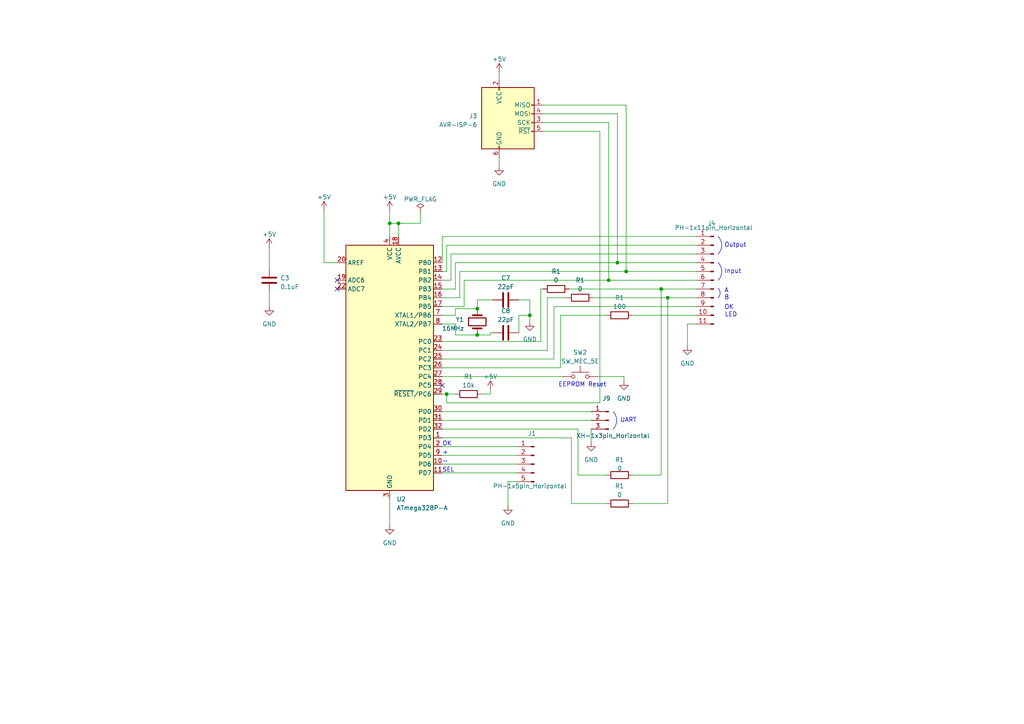
<source format=kicad_sch>
(kicad_sch (version 20230121) (generator eeschema)

  (uuid 3a445cf6-c839-44bc-b6b6-ffabaeb73b9e)

  (paper "A4")

  (lib_symbols
    (symbol "Connector:AVR-ISP-6" (pin_names (offset 1.016)) (in_bom yes) (on_board yes)
      (property "Reference" "J" (at -6.35 11.43 0)
        (effects (font (size 1.27 1.27)) (justify left))
      )
      (property "Value" "AVR-ISP-6" (at 0 11.43 0)
        (effects (font (size 1.27 1.27)) (justify left))
      )
      (property "Footprint" "" (at -6.35 1.27 90)
        (effects (font (size 1.27 1.27)) hide)
      )
      (property "Datasheet" " ~" (at -32.385 -13.97 0)
        (effects (font (size 1.27 1.27)) hide)
      )
      (property "ki_keywords" "AVR ISP Connector" (at 0 0 0)
        (effects (font (size 1.27 1.27)) hide)
      )
      (property "ki_description" "Atmel 6-pin ISP connector" (at 0 0 0)
        (effects (font (size 1.27 1.27)) hide)
      )
      (property "ki_fp_filters" "IDC?Header*2x03* Pin?Header*2x03*" (at 0 0 0)
        (effects (font (size 1.27 1.27)) hide)
      )
      (symbol "AVR-ISP-6_0_1"
        (rectangle (start -2.667 -6.858) (end -2.413 -7.62)
          (stroke (width 0) (type default))
          (fill (type none))
        )
        (rectangle (start -2.667 10.16) (end -2.413 9.398)
          (stroke (width 0) (type default))
          (fill (type none))
        )
        (rectangle (start 7.62 -2.413) (end 6.858 -2.667)
          (stroke (width 0) (type default))
          (fill (type none))
        )
        (rectangle (start 7.62 0.127) (end 6.858 -0.127)
          (stroke (width 0) (type default))
          (fill (type none))
        )
        (rectangle (start 7.62 2.667) (end 6.858 2.413)
          (stroke (width 0) (type default))
          (fill (type none))
        )
        (rectangle (start 7.62 5.207) (end 6.858 4.953)
          (stroke (width 0) (type default))
          (fill (type none))
        )
        (rectangle (start 7.62 10.16) (end -7.62 -7.62)
          (stroke (width 0.254) (type default))
          (fill (type background))
        )
      )
      (symbol "AVR-ISP-6_1_1"
        (pin passive line (at 10.16 5.08 180) (length 2.54)
          (name "MISO" (effects (font (size 1.27 1.27))))
          (number "1" (effects (font (size 1.27 1.27))))
        )
        (pin passive line (at -2.54 12.7 270) (length 2.54)
          (name "VCC" (effects (font (size 1.27 1.27))))
          (number "2" (effects (font (size 1.27 1.27))))
        )
        (pin passive line (at 10.16 0 180) (length 2.54)
          (name "SCK" (effects (font (size 1.27 1.27))))
          (number "3" (effects (font (size 1.27 1.27))))
        )
        (pin passive line (at 10.16 2.54 180) (length 2.54)
          (name "MOSI" (effects (font (size 1.27 1.27))))
          (number "4" (effects (font (size 1.27 1.27))))
        )
        (pin passive line (at 10.16 -2.54 180) (length 2.54)
          (name "~{RST}" (effects (font (size 1.27 1.27))))
          (number "5" (effects (font (size 1.27 1.27))))
        )
        (pin passive line (at -2.54 -10.16 90) (length 2.54)
          (name "GND" (effects (font (size 1.27 1.27))))
          (number "6" (effects (font (size 1.27 1.27))))
        )
      )
    )
    (symbol "Connector:Conn_01x03_Pin" (pin_names (offset 1.016) hide) (in_bom yes) (on_board yes)
      (property "Reference" "J" (at 0 5.08 0)
        (effects (font (size 1.27 1.27)))
      )
      (property "Value" "Conn_01x03_Pin" (at 0 -5.08 0)
        (effects (font (size 1.27 1.27)))
      )
      (property "Footprint" "" (at 0 0 0)
        (effects (font (size 1.27 1.27)) hide)
      )
      (property "Datasheet" "~" (at 0 0 0)
        (effects (font (size 1.27 1.27)) hide)
      )
      (property "ki_locked" "" (at 0 0 0)
        (effects (font (size 1.27 1.27)))
      )
      (property "ki_keywords" "connector" (at 0 0 0)
        (effects (font (size 1.27 1.27)) hide)
      )
      (property "ki_description" "Generic connector, single row, 01x03, script generated" (at 0 0 0)
        (effects (font (size 1.27 1.27)) hide)
      )
      (property "ki_fp_filters" "Connector*:*_1x??_*" (at 0 0 0)
        (effects (font (size 1.27 1.27)) hide)
      )
      (symbol "Conn_01x03_Pin_1_1"
        (polyline
          (pts
            (xy 1.27 -2.54)
            (xy 0.8636 -2.54)
          )
          (stroke (width 0.1524) (type default))
          (fill (type none))
        )
        (polyline
          (pts
            (xy 1.27 0)
            (xy 0.8636 0)
          )
          (stroke (width 0.1524) (type default))
          (fill (type none))
        )
        (polyline
          (pts
            (xy 1.27 2.54)
            (xy 0.8636 2.54)
          )
          (stroke (width 0.1524) (type default))
          (fill (type none))
        )
        (rectangle (start 0.8636 -2.413) (end 0 -2.667)
          (stroke (width 0.1524) (type default))
          (fill (type outline))
        )
        (rectangle (start 0.8636 0.127) (end 0 -0.127)
          (stroke (width 0.1524) (type default))
          (fill (type outline))
        )
        (rectangle (start 0.8636 2.667) (end 0 2.413)
          (stroke (width 0.1524) (type default))
          (fill (type outline))
        )
        (pin passive line (at 5.08 2.54 180) (length 3.81)
          (name "Pin_1" (effects (font (size 1.27 1.27))))
          (number "1" (effects (font (size 1.27 1.27))))
        )
        (pin passive line (at 5.08 0 180) (length 3.81)
          (name "Pin_2" (effects (font (size 1.27 1.27))))
          (number "2" (effects (font (size 1.27 1.27))))
        )
        (pin passive line (at 5.08 -2.54 180) (length 3.81)
          (name "Pin_3" (effects (font (size 1.27 1.27))))
          (number "3" (effects (font (size 1.27 1.27))))
        )
      )
    )
    (symbol "Connector:Conn_01x05_Pin" (pin_names (offset 1.016) hide) (in_bom yes) (on_board yes)
      (property "Reference" "J" (at 0 7.62 0)
        (effects (font (size 1.27 1.27)))
      )
      (property "Value" "Conn_01x05_Pin" (at 0 -7.62 0)
        (effects (font (size 1.27 1.27)))
      )
      (property "Footprint" "" (at 0 0 0)
        (effects (font (size 1.27 1.27)) hide)
      )
      (property "Datasheet" "~" (at 0 0 0)
        (effects (font (size 1.27 1.27)) hide)
      )
      (property "ki_locked" "" (at 0 0 0)
        (effects (font (size 1.27 1.27)))
      )
      (property "ki_keywords" "connector" (at 0 0 0)
        (effects (font (size 1.27 1.27)) hide)
      )
      (property "ki_description" "Generic connector, single row, 01x05, script generated" (at 0 0 0)
        (effects (font (size 1.27 1.27)) hide)
      )
      (property "ki_fp_filters" "Connector*:*_1x??_*" (at 0 0 0)
        (effects (font (size 1.27 1.27)) hide)
      )
      (symbol "Conn_01x05_Pin_1_1"
        (polyline
          (pts
            (xy 1.27 -5.08)
            (xy 0.8636 -5.08)
          )
          (stroke (width 0.1524) (type default))
          (fill (type none))
        )
        (polyline
          (pts
            (xy 1.27 -2.54)
            (xy 0.8636 -2.54)
          )
          (stroke (width 0.1524) (type default))
          (fill (type none))
        )
        (polyline
          (pts
            (xy 1.27 0)
            (xy 0.8636 0)
          )
          (stroke (width 0.1524) (type default))
          (fill (type none))
        )
        (polyline
          (pts
            (xy 1.27 2.54)
            (xy 0.8636 2.54)
          )
          (stroke (width 0.1524) (type default))
          (fill (type none))
        )
        (polyline
          (pts
            (xy 1.27 5.08)
            (xy 0.8636 5.08)
          )
          (stroke (width 0.1524) (type default))
          (fill (type none))
        )
        (rectangle (start 0.8636 -4.953) (end 0 -5.207)
          (stroke (width 0.1524) (type default))
          (fill (type outline))
        )
        (rectangle (start 0.8636 -2.413) (end 0 -2.667)
          (stroke (width 0.1524) (type default))
          (fill (type outline))
        )
        (rectangle (start 0.8636 0.127) (end 0 -0.127)
          (stroke (width 0.1524) (type default))
          (fill (type outline))
        )
        (rectangle (start 0.8636 2.667) (end 0 2.413)
          (stroke (width 0.1524) (type default))
          (fill (type outline))
        )
        (rectangle (start 0.8636 5.207) (end 0 4.953)
          (stroke (width 0.1524) (type default))
          (fill (type outline))
        )
        (pin passive line (at 5.08 5.08 180) (length 3.81)
          (name "Pin_1" (effects (font (size 1.27 1.27))))
          (number "1" (effects (font (size 1.27 1.27))))
        )
        (pin passive line (at 5.08 2.54 180) (length 3.81)
          (name "Pin_2" (effects (font (size 1.27 1.27))))
          (number "2" (effects (font (size 1.27 1.27))))
        )
        (pin passive line (at 5.08 0 180) (length 3.81)
          (name "Pin_3" (effects (font (size 1.27 1.27))))
          (number "3" (effects (font (size 1.27 1.27))))
        )
        (pin passive line (at 5.08 -2.54 180) (length 3.81)
          (name "Pin_4" (effects (font (size 1.27 1.27))))
          (number "4" (effects (font (size 1.27 1.27))))
        )
        (pin passive line (at 5.08 -5.08 180) (length 3.81)
          (name "Pin_5" (effects (font (size 1.27 1.27))))
          (number "5" (effects (font (size 1.27 1.27))))
        )
      )
    )
    (symbol "Connector:Conn_01x11_Pin" (pin_names (offset 1.016) hide) (in_bom yes) (on_board yes)
      (property "Reference" "J" (at 0 15.24 0)
        (effects (font (size 1.27 1.27)))
      )
      (property "Value" "Conn_01x11_Pin" (at 0 -15.24 0)
        (effects (font (size 1.27 1.27)))
      )
      (property "Footprint" "" (at 0 0 0)
        (effects (font (size 1.27 1.27)) hide)
      )
      (property "Datasheet" "~" (at 0 0 0)
        (effects (font (size 1.27 1.27)) hide)
      )
      (property "ki_locked" "" (at 0 0 0)
        (effects (font (size 1.27 1.27)))
      )
      (property "ki_keywords" "connector" (at 0 0 0)
        (effects (font (size 1.27 1.27)) hide)
      )
      (property "ki_description" "Generic connector, single row, 01x11, script generated" (at 0 0 0)
        (effects (font (size 1.27 1.27)) hide)
      )
      (property "ki_fp_filters" "Connector*:*_1x??_*" (at 0 0 0)
        (effects (font (size 1.27 1.27)) hide)
      )
      (symbol "Conn_01x11_Pin_1_1"
        (polyline
          (pts
            (xy 1.27 -12.7)
            (xy 0.8636 -12.7)
          )
          (stroke (width 0.1524) (type default))
          (fill (type none))
        )
        (polyline
          (pts
            (xy 1.27 -10.16)
            (xy 0.8636 -10.16)
          )
          (stroke (width 0.1524) (type default))
          (fill (type none))
        )
        (polyline
          (pts
            (xy 1.27 -7.62)
            (xy 0.8636 -7.62)
          )
          (stroke (width 0.1524) (type default))
          (fill (type none))
        )
        (polyline
          (pts
            (xy 1.27 -5.08)
            (xy 0.8636 -5.08)
          )
          (stroke (width 0.1524) (type default))
          (fill (type none))
        )
        (polyline
          (pts
            (xy 1.27 -2.54)
            (xy 0.8636 -2.54)
          )
          (stroke (width 0.1524) (type default))
          (fill (type none))
        )
        (polyline
          (pts
            (xy 1.27 0)
            (xy 0.8636 0)
          )
          (stroke (width 0.1524) (type default))
          (fill (type none))
        )
        (polyline
          (pts
            (xy 1.27 2.54)
            (xy 0.8636 2.54)
          )
          (stroke (width 0.1524) (type default))
          (fill (type none))
        )
        (polyline
          (pts
            (xy 1.27 5.08)
            (xy 0.8636 5.08)
          )
          (stroke (width 0.1524) (type default))
          (fill (type none))
        )
        (polyline
          (pts
            (xy 1.27 7.62)
            (xy 0.8636 7.62)
          )
          (stroke (width 0.1524) (type default))
          (fill (type none))
        )
        (polyline
          (pts
            (xy 1.27 10.16)
            (xy 0.8636 10.16)
          )
          (stroke (width 0.1524) (type default))
          (fill (type none))
        )
        (polyline
          (pts
            (xy 1.27 12.7)
            (xy 0.8636 12.7)
          )
          (stroke (width 0.1524) (type default))
          (fill (type none))
        )
        (rectangle (start 0.8636 -12.573) (end 0 -12.827)
          (stroke (width 0.1524) (type default))
          (fill (type outline))
        )
        (rectangle (start 0.8636 -10.033) (end 0 -10.287)
          (stroke (width 0.1524) (type default))
          (fill (type outline))
        )
        (rectangle (start 0.8636 -7.493) (end 0 -7.747)
          (stroke (width 0.1524) (type default))
          (fill (type outline))
        )
        (rectangle (start 0.8636 -4.953) (end 0 -5.207)
          (stroke (width 0.1524) (type default))
          (fill (type outline))
        )
        (rectangle (start 0.8636 -2.413) (end 0 -2.667)
          (stroke (width 0.1524) (type default))
          (fill (type outline))
        )
        (rectangle (start 0.8636 0.127) (end 0 -0.127)
          (stroke (width 0.1524) (type default))
          (fill (type outline))
        )
        (rectangle (start 0.8636 2.667) (end 0 2.413)
          (stroke (width 0.1524) (type default))
          (fill (type outline))
        )
        (rectangle (start 0.8636 5.207) (end 0 4.953)
          (stroke (width 0.1524) (type default))
          (fill (type outline))
        )
        (rectangle (start 0.8636 7.747) (end 0 7.493)
          (stroke (width 0.1524) (type default))
          (fill (type outline))
        )
        (rectangle (start 0.8636 10.287) (end 0 10.033)
          (stroke (width 0.1524) (type default))
          (fill (type outline))
        )
        (rectangle (start 0.8636 12.827) (end 0 12.573)
          (stroke (width 0.1524) (type default))
          (fill (type outline))
        )
        (pin passive line (at 5.08 12.7 180) (length 3.81)
          (name "Pin_1" (effects (font (size 1.27 1.27))))
          (number "1" (effects (font (size 1.27 1.27))))
        )
        (pin passive line (at 5.08 -10.16 180) (length 3.81)
          (name "Pin_10" (effects (font (size 1.27 1.27))))
          (number "10" (effects (font (size 1.27 1.27))))
        )
        (pin passive line (at 5.08 -12.7 180) (length 3.81)
          (name "Pin_11" (effects (font (size 1.27 1.27))))
          (number "11" (effects (font (size 1.27 1.27))))
        )
        (pin passive line (at 5.08 10.16 180) (length 3.81)
          (name "Pin_2" (effects (font (size 1.27 1.27))))
          (number "2" (effects (font (size 1.27 1.27))))
        )
        (pin passive line (at 5.08 7.62 180) (length 3.81)
          (name "Pin_3" (effects (font (size 1.27 1.27))))
          (number "3" (effects (font (size 1.27 1.27))))
        )
        (pin passive line (at 5.08 5.08 180) (length 3.81)
          (name "Pin_4" (effects (font (size 1.27 1.27))))
          (number "4" (effects (font (size 1.27 1.27))))
        )
        (pin passive line (at 5.08 2.54 180) (length 3.81)
          (name "Pin_5" (effects (font (size 1.27 1.27))))
          (number "5" (effects (font (size 1.27 1.27))))
        )
        (pin passive line (at 5.08 0 180) (length 3.81)
          (name "Pin_6" (effects (font (size 1.27 1.27))))
          (number "6" (effects (font (size 1.27 1.27))))
        )
        (pin passive line (at 5.08 -2.54 180) (length 3.81)
          (name "Pin_7" (effects (font (size 1.27 1.27))))
          (number "7" (effects (font (size 1.27 1.27))))
        )
        (pin passive line (at 5.08 -5.08 180) (length 3.81)
          (name "Pin_8" (effects (font (size 1.27 1.27))))
          (number "8" (effects (font (size 1.27 1.27))))
        )
        (pin passive line (at 5.08 -7.62 180) (length 3.81)
          (name "Pin_9" (effects (font (size 1.27 1.27))))
          (number "9" (effects (font (size 1.27 1.27))))
        )
      )
    )
    (symbol "Device:C" (pin_numbers hide) (pin_names (offset 0.254)) (in_bom yes) (on_board yes)
      (property "Reference" "C" (at 0.635 2.54 0)
        (effects (font (size 1.27 1.27)) (justify left))
      )
      (property "Value" "C" (at 0.635 -2.54 0)
        (effects (font (size 1.27 1.27)) (justify left))
      )
      (property "Footprint" "" (at 0.9652 -3.81 0)
        (effects (font (size 1.27 1.27)) hide)
      )
      (property "Datasheet" "~" (at 0 0 0)
        (effects (font (size 1.27 1.27)) hide)
      )
      (property "ki_keywords" "cap capacitor" (at 0 0 0)
        (effects (font (size 1.27 1.27)) hide)
      )
      (property "ki_description" "Unpolarized capacitor" (at 0 0 0)
        (effects (font (size 1.27 1.27)) hide)
      )
      (property "ki_fp_filters" "C_*" (at 0 0 0)
        (effects (font (size 1.27 1.27)) hide)
      )
      (symbol "C_0_1"
        (polyline
          (pts
            (xy -2.032 -0.762)
            (xy 2.032 -0.762)
          )
          (stroke (width 0.508) (type default))
          (fill (type none))
        )
        (polyline
          (pts
            (xy -2.032 0.762)
            (xy 2.032 0.762)
          )
          (stroke (width 0.508) (type default))
          (fill (type none))
        )
      )
      (symbol "C_1_1"
        (pin passive line (at 0 3.81 270) (length 2.794)
          (name "~" (effects (font (size 1.27 1.27))))
          (number "1" (effects (font (size 1.27 1.27))))
        )
        (pin passive line (at 0 -3.81 90) (length 2.794)
          (name "~" (effects (font (size 1.27 1.27))))
          (number "2" (effects (font (size 1.27 1.27))))
        )
      )
    )
    (symbol "Device:Crystal" (pin_numbers hide) (pin_names (offset 1.016) hide) (in_bom yes) (on_board yes)
      (property "Reference" "Y" (at 0 3.81 0)
        (effects (font (size 1.27 1.27)))
      )
      (property "Value" "Crystal" (at 0 -3.81 0)
        (effects (font (size 1.27 1.27)))
      )
      (property "Footprint" "" (at 0 0 0)
        (effects (font (size 1.27 1.27)) hide)
      )
      (property "Datasheet" "~" (at 0 0 0)
        (effects (font (size 1.27 1.27)) hide)
      )
      (property "ki_keywords" "quartz ceramic resonator oscillator" (at 0 0 0)
        (effects (font (size 1.27 1.27)) hide)
      )
      (property "ki_description" "Two pin crystal" (at 0 0 0)
        (effects (font (size 1.27 1.27)) hide)
      )
      (property "ki_fp_filters" "Crystal*" (at 0 0 0)
        (effects (font (size 1.27 1.27)) hide)
      )
      (symbol "Crystal_0_1"
        (rectangle (start -1.143 2.54) (end 1.143 -2.54)
          (stroke (width 0.3048) (type default))
          (fill (type none))
        )
        (polyline
          (pts
            (xy -2.54 0)
            (xy -1.905 0)
          )
          (stroke (width 0) (type default))
          (fill (type none))
        )
        (polyline
          (pts
            (xy -1.905 -1.27)
            (xy -1.905 1.27)
          )
          (stroke (width 0.508) (type default))
          (fill (type none))
        )
        (polyline
          (pts
            (xy 1.905 -1.27)
            (xy 1.905 1.27)
          )
          (stroke (width 0.508) (type default))
          (fill (type none))
        )
        (polyline
          (pts
            (xy 2.54 0)
            (xy 1.905 0)
          )
          (stroke (width 0) (type default))
          (fill (type none))
        )
      )
      (symbol "Crystal_1_1"
        (pin passive line (at -3.81 0 0) (length 1.27)
          (name "1" (effects (font (size 1.27 1.27))))
          (number "1" (effects (font (size 1.27 1.27))))
        )
        (pin passive line (at 3.81 0 180) (length 1.27)
          (name "2" (effects (font (size 1.27 1.27))))
          (number "2" (effects (font (size 1.27 1.27))))
        )
      )
    )
    (symbol "Device:R" (pin_numbers hide) (pin_names (offset 0)) (in_bom yes) (on_board yes)
      (property "Reference" "R" (at 2.032 0 90)
        (effects (font (size 1.27 1.27)))
      )
      (property "Value" "R" (at 0 0 90)
        (effects (font (size 1.27 1.27)))
      )
      (property "Footprint" "" (at -1.778 0 90)
        (effects (font (size 1.27 1.27)) hide)
      )
      (property "Datasheet" "~" (at 0 0 0)
        (effects (font (size 1.27 1.27)) hide)
      )
      (property "ki_keywords" "R res resistor" (at 0 0 0)
        (effects (font (size 1.27 1.27)) hide)
      )
      (property "ki_description" "Resistor" (at 0 0 0)
        (effects (font (size 1.27 1.27)) hide)
      )
      (property "ki_fp_filters" "R_*" (at 0 0 0)
        (effects (font (size 1.27 1.27)) hide)
      )
      (symbol "R_0_1"
        (rectangle (start -1.016 -2.54) (end 1.016 2.54)
          (stroke (width 0.254) (type default))
          (fill (type none))
        )
      )
      (symbol "R_1_1"
        (pin passive line (at 0 3.81 270) (length 1.27)
          (name "~" (effects (font (size 1.27 1.27))))
          (number "1" (effects (font (size 1.27 1.27))))
        )
        (pin passive line (at 0 -3.81 90) (length 1.27)
          (name "~" (effects (font (size 1.27 1.27))))
          (number "2" (effects (font (size 1.27 1.27))))
        )
      )
    )
    (symbol "MCU_Microchip_ATmega:ATmega328P-A" (in_bom yes) (on_board yes)
      (property "Reference" "U" (at -12.7 36.83 0)
        (effects (font (size 1.27 1.27)) (justify left bottom))
      )
      (property "Value" "ATmega328P-A" (at 2.54 -36.83 0)
        (effects (font (size 1.27 1.27)) (justify left top))
      )
      (property "Footprint" "Package_QFP:TQFP-32_7x7mm_P0.8mm" (at 0 0 0)
        (effects (font (size 1.27 1.27) italic) hide)
      )
      (property "Datasheet" "http://ww1.microchip.com/downloads/en/DeviceDoc/ATmega328_P%20AVR%20MCU%20with%20picoPower%20Technology%20Data%20Sheet%2040001984A.pdf" (at 0 0 0)
        (effects (font (size 1.27 1.27)) hide)
      )
      (property "ki_keywords" "AVR 8bit Microcontroller MegaAVR PicoPower" (at 0 0 0)
        (effects (font (size 1.27 1.27)) hide)
      )
      (property "ki_description" "20MHz, 32kB Flash, 2kB SRAM, 1kB EEPROM, TQFP-32" (at 0 0 0)
        (effects (font (size 1.27 1.27)) hide)
      )
      (property "ki_fp_filters" "TQFP*7x7mm*P0.8mm*" (at 0 0 0)
        (effects (font (size 1.27 1.27)) hide)
      )
      (symbol "ATmega328P-A_0_1"
        (rectangle (start -12.7 -35.56) (end 12.7 35.56)
          (stroke (width 0.254) (type default))
          (fill (type background))
        )
      )
      (symbol "ATmega328P-A_1_1"
        (pin bidirectional line (at 15.24 -20.32 180) (length 2.54)
          (name "PD3" (effects (font (size 1.27 1.27))))
          (number "1" (effects (font (size 1.27 1.27))))
        )
        (pin bidirectional line (at 15.24 -27.94 180) (length 2.54)
          (name "PD6" (effects (font (size 1.27 1.27))))
          (number "10" (effects (font (size 1.27 1.27))))
        )
        (pin bidirectional line (at 15.24 -30.48 180) (length 2.54)
          (name "PD7" (effects (font (size 1.27 1.27))))
          (number "11" (effects (font (size 1.27 1.27))))
        )
        (pin bidirectional line (at 15.24 30.48 180) (length 2.54)
          (name "PB0" (effects (font (size 1.27 1.27))))
          (number "12" (effects (font (size 1.27 1.27))))
        )
        (pin bidirectional line (at 15.24 27.94 180) (length 2.54)
          (name "PB1" (effects (font (size 1.27 1.27))))
          (number "13" (effects (font (size 1.27 1.27))))
        )
        (pin bidirectional line (at 15.24 25.4 180) (length 2.54)
          (name "PB2" (effects (font (size 1.27 1.27))))
          (number "14" (effects (font (size 1.27 1.27))))
        )
        (pin bidirectional line (at 15.24 22.86 180) (length 2.54)
          (name "PB3" (effects (font (size 1.27 1.27))))
          (number "15" (effects (font (size 1.27 1.27))))
        )
        (pin bidirectional line (at 15.24 20.32 180) (length 2.54)
          (name "PB4" (effects (font (size 1.27 1.27))))
          (number "16" (effects (font (size 1.27 1.27))))
        )
        (pin bidirectional line (at 15.24 17.78 180) (length 2.54)
          (name "PB5" (effects (font (size 1.27 1.27))))
          (number "17" (effects (font (size 1.27 1.27))))
        )
        (pin power_in line (at 2.54 38.1 270) (length 2.54)
          (name "AVCC" (effects (font (size 1.27 1.27))))
          (number "18" (effects (font (size 1.27 1.27))))
        )
        (pin input line (at -15.24 25.4 0) (length 2.54)
          (name "ADC6" (effects (font (size 1.27 1.27))))
          (number "19" (effects (font (size 1.27 1.27))))
        )
        (pin bidirectional line (at 15.24 -22.86 180) (length 2.54)
          (name "PD4" (effects (font (size 1.27 1.27))))
          (number "2" (effects (font (size 1.27 1.27))))
        )
        (pin passive line (at -15.24 30.48 0) (length 2.54)
          (name "AREF" (effects (font (size 1.27 1.27))))
          (number "20" (effects (font (size 1.27 1.27))))
        )
        (pin passive line (at 0 -38.1 90) (length 2.54) hide
          (name "GND" (effects (font (size 1.27 1.27))))
          (number "21" (effects (font (size 1.27 1.27))))
        )
        (pin input line (at -15.24 22.86 0) (length 2.54)
          (name "ADC7" (effects (font (size 1.27 1.27))))
          (number "22" (effects (font (size 1.27 1.27))))
        )
        (pin bidirectional line (at 15.24 7.62 180) (length 2.54)
          (name "PC0" (effects (font (size 1.27 1.27))))
          (number "23" (effects (font (size 1.27 1.27))))
        )
        (pin bidirectional line (at 15.24 5.08 180) (length 2.54)
          (name "PC1" (effects (font (size 1.27 1.27))))
          (number "24" (effects (font (size 1.27 1.27))))
        )
        (pin bidirectional line (at 15.24 2.54 180) (length 2.54)
          (name "PC2" (effects (font (size 1.27 1.27))))
          (number "25" (effects (font (size 1.27 1.27))))
        )
        (pin bidirectional line (at 15.24 0 180) (length 2.54)
          (name "PC3" (effects (font (size 1.27 1.27))))
          (number "26" (effects (font (size 1.27 1.27))))
        )
        (pin bidirectional line (at 15.24 -2.54 180) (length 2.54)
          (name "PC4" (effects (font (size 1.27 1.27))))
          (number "27" (effects (font (size 1.27 1.27))))
        )
        (pin bidirectional line (at 15.24 -5.08 180) (length 2.54)
          (name "PC5" (effects (font (size 1.27 1.27))))
          (number "28" (effects (font (size 1.27 1.27))))
        )
        (pin bidirectional line (at 15.24 -7.62 180) (length 2.54)
          (name "~{RESET}/PC6" (effects (font (size 1.27 1.27))))
          (number "29" (effects (font (size 1.27 1.27))))
        )
        (pin power_in line (at 0 -38.1 90) (length 2.54)
          (name "GND" (effects (font (size 1.27 1.27))))
          (number "3" (effects (font (size 1.27 1.27))))
        )
        (pin bidirectional line (at 15.24 -12.7 180) (length 2.54)
          (name "PD0" (effects (font (size 1.27 1.27))))
          (number "30" (effects (font (size 1.27 1.27))))
        )
        (pin bidirectional line (at 15.24 -15.24 180) (length 2.54)
          (name "PD1" (effects (font (size 1.27 1.27))))
          (number "31" (effects (font (size 1.27 1.27))))
        )
        (pin bidirectional line (at 15.24 -17.78 180) (length 2.54)
          (name "PD2" (effects (font (size 1.27 1.27))))
          (number "32" (effects (font (size 1.27 1.27))))
        )
        (pin power_in line (at 0 38.1 270) (length 2.54)
          (name "VCC" (effects (font (size 1.27 1.27))))
          (number "4" (effects (font (size 1.27 1.27))))
        )
        (pin passive line (at 0 -38.1 90) (length 2.54) hide
          (name "GND" (effects (font (size 1.27 1.27))))
          (number "5" (effects (font (size 1.27 1.27))))
        )
        (pin passive line (at 0 38.1 270) (length 2.54) hide
          (name "VCC" (effects (font (size 1.27 1.27))))
          (number "6" (effects (font (size 1.27 1.27))))
        )
        (pin bidirectional line (at 15.24 15.24 180) (length 2.54)
          (name "XTAL1/PB6" (effects (font (size 1.27 1.27))))
          (number "7" (effects (font (size 1.27 1.27))))
        )
        (pin bidirectional line (at 15.24 12.7 180) (length 2.54)
          (name "XTAL2/PB7" (effects (font (size 1.27 1.27))))
          (number "8" (effects (font (size 1.27 1.27))))
        )
        (pin bidirectional line (at 15.24 -25.4 180) (length 2.54)
          (name "PD5" (effects (font (size 1.27 1.27))))
          (number "9" (effects (font (size 1.27 1.27))))
        )
      )
    )
    (symbol "Switch:SW_Omron_B3FS" (pin_numbers hide) (pin_names (offset 1.016) hide) (in_bom yes) (on_board yes)
      (property "Reference" "SW" (at 1.27 2.54 0)
        (effects (font (size 1.27 1.27)) (justify left))
      )
      (property "Value" "SW_Omron_B3FS" (at 0 -1.524 0)
        (effects (font (size 1.27 1.27)))
      )
      (property "Footprint" "" (at 0 5.08 0)
        (effects (font (size 1.27 1.27)) hide)
      )
      (property "Datasheet" "https://omronfs.omron.com/en_US/ecb/products/pdf/en-b3fs.pdf" (at 0 5.08 0)
        (effects (font (size 1.27 1.27)) hide)
      )
      (property "ki_keywords" "switch normally-open pushbutton push-button" (at 0 0 0)
        (effects (font (size 1.27 1.27)) hide)
      )
      (property "ki_description" "Omron B3FS 6x6mm single pole normally-open tactile switch" (at 0 0 0)
        (effects (font (size 1.27 1.27)) hide)
      )
      (property "ki_fp_filters" "SW*Omron*B3FS*" (at 0 0 0)
        (effects (font (size 1.27 1.27)) hide)
      )
      (symbol "SW_Omron_B3FS_0_1"
        (circle (center -2.032 0) (radius 0.508)
          (stroke (width 0) (type default))
          (fill (type none))
        )
        (polyline
          (pts
            (xy 0 1.27)
            (xy 0 3.048)
          )
          (stroke (width 0) (type default))
          (fill (type none))
        )
        (polyline
          (pts
            (xy 2.54 1.27)
            (xy -2.54 1.27)
          )
          (stroke (width 0) (type default))
          (fill (type none))
        )
        (circle (center 2.032 0) (radius 0.508)
          (stroke (width 0) (type default))
          (fill (type none))
        )
        (pin passive line (at -5.08 0 0) (length 2.54)
          (name "1" (effects (font (size 1.27 1.27))))
          (number "1" (effects (font (size 1.27 1.27))))
        )
        (pin passive line (at 5.08 0 180) (length 2.54)
          (name "2" (effects (font (size 1.27 1.27))))
          (number "2" (effects (font (size 1.27 1.27))))
        )
      )
    )
    (symbol "power:+5V" (power) (pin_names (offset 0)) (in_bom yes) (on_board yes)
      (property "Reference" "#PWR" (at 0 -3.81 0)
        (effects (font (size 1.27 1.27)) hide)
      )
      (property "Value" "+5V" (at 0 3.556 0)
        (effects (font (size 1.27 1.27)))
      )
      (property "Footprint" "" (at 0 0 0)
        (effects (font (size 1.27 1.27)) hide)
      )
      (property "Datasheet" "" (at 0 0 0)
        (effects (font (size 1.27 1.27)) hide)
      )
      (property "ki_keywords" "global power" (at 0 0 0)
        (effects (font (size 1.27 1.27)) hide)
      )
      (property "ki_description" "Power symbol creates a global label with name \"+5V\"" (at 0 0 0)
        (effects (font (size 1.27 1.27)) hide)
      )
      (symbol "+5V_0_1"
        (polyline
          (pts
            (xy -0.762 1.27)
            (xy 0 2.54)
          )
          (stroke (width 0) (type default))
          (fill (type none))
        )
        (polyline
          (pts
            (xy 0 0)
            (xy 0 2.54)
          )
          (stroke (width 0) (type default))
          (fill (type none))
        )
        (polyline
          (pts
            (xy 0 2.54)
            (xy 0.762 1.27)
          )
          (stroke (width 0) (type default))
          (fill (type none))
        )
      )
      (symbol "+5V_1_1"
        (pin power_in line (at 0 0 90) (length 0) hide
          (name "+5V" (effects (font (size 1.27 1.27))))
          (number "1" (effects (font (size 1.27 1.27))))
        )
      )
    )
    (symbol "power:GND" (power) (pin_names (offset 0)) (in_bom yes) (on_board yes)
      (property "Reference" "#PWR" (at 0 -6.35 0)
        (effects (font (size 1.27 1.27)) hide)
      )
      (property "Value" "GND" (at 0 -3.81 0)
        (effects (font (size 1.27 1.27)))
      )
      (property "Footprint" "" (at 0 0 0)
        (effects (font (size 1.27 1.27)) hide)
      )
      (property "Datasheet" "" (at 0 0 0)
        (effects (font (size 1.27 1.27)) hide)
      )
      (property "ki_keywords" "global power" (at 0 0 0)
        (effects (font (size 1.27 1.27)) hide)
      )
      (property "ki_description" "Power symbol creates a global label with name \"GND\" , ground" (at 0 0 0)
        (effects (font (size 1.27 1.27)) hide)
      )
      (symbol "GND_0_1"
        (polyline
          (pts
            (xy 0 0)
            (xy 0 -1.27)
            (xy 1.27 -1.27)
            (xy 0 -2.54)
            (xy -1.27 -1.27)
            (xy 0 -1.27)
          )
          (stroke (width 0) (type default))
          (fill (type none))
        )
      )
      (symbol "GND_1_1"
        (pin power_in line (at 0 0 270) (length 0) hide
          (name "GND" (effects (font (size 1.27 1.27))))
          (number "1" (effects (font (size 1.27 1.27))))
        )
      )
    )
    (symbol "power:PWR_FLAG" (power) (pin_numbers hide) (pin_names (offset 0) hide) (in_bom yes) (on_board yes)
      (property "Reference" "#FLG" (at 0 1.905 0)
        (effects (font (size 1.27 1.27)) hide)
      )
      (property "Value" "PWR_FLAG" (at 0 3.81 0)
        (effects (font (size 1.27 1.27)))
      )
      (property "Footprint" "" (at 0 0 0)
        (effects (font (size 1.27 1.27)) hide)
      )
      (property "Datasheet" "~" (at 0 0 0)
        (effects (font (size 1.27 1.27)) hide)
      )
      (property "ki_keywords" "flag power" (at 0 0 0)
        (effects (font (size 1.27 1.27)) hide)
      )
      (property "ki_description" "Special symbol for telling ERC where power comes from" (at 0 0 0)
        (effects (font (size 1.27 1.27)) hide)
      )
      (symbol "PWR_FLAG_0_0"
        (pin power_out line (at 0 0 90) (length 0)
          (name "pwr" (effects (font (size 1.27 1.27))))
          (number "1" (effects (font (size 1.27 1.27))))
        )
      )
      (symbol "PWR_FLAG_0_1"
        (polyline
          (pts
            (xy 0 0)
            (xy 0 1.27)
            (xy -1.016 1.905)
            (xy 0 2.54)
            (xy 1.016 1.905)
            (xy 0 1.27)
          )
          (stroke (width 0) (type default))
          (fill (type none))
        )
      )
    )
  )

  (junction (at 138.43 89.535) (diameter 0) (color 0 0 0 0)
    (uuid 3747c945-ecd3-42b4-b237-b422783e8631)
  )
  (junction (at 181.61 78.74) (diameter 0) (color 0 0 0 0)
    (uuid 661f9558-e509-4745-830c-9ba598f5f435)
  )
  (junction (at 129.54 114.3) (diameter 0) (color 0 0 0 0)
    (uuid 6eebaef3-2ff5-424e-850d-634ca0d175f3)
  )
  (junction (at 193.675 86.36) (diameter 0) (color 0 0 0 0)
    (uuid 8e4f4d4c-e4a2-442f-85b7-8b1af8491e46)
  )
  (junction (at 179.07 76.2) (diameter 0) (color 0 0 0 0)
    (uuid 945e717f-b7cf-4b95-967d-9c10cd9e464f)
  )
  (junction (at 191.77 83.82) (diameter 0) (color 0 0 0 0)
    (uuid 966fe244-e6d9-4ecf-a468-2abbee6662bf)
  )
  (junction (at 153.67 91.44) (diameter 0) (color 0 0 0 0)
    (uuid 9f1b3d98-2754-4b37-8714-632e180c3bde)
  )
  (junction (at 113.03 64.77) (diameter 0) (color 0 0 0 0)
    (uuid a96873a8-cb4b-44cd-b874-ce605ebf2aa0)
  )
  (junction (at 176.53 81.28) (diameter 0) (color 0 0 0 0)
    (uuid c30c8a62-d183-4b49-9e01-8a41a4c1b005)
  )
  (junction (at 115.57 64.77) (diameter 0) (color 0 0 0 0)
    (uuid c753e446-5248-4cba-948b-e287bf9b108a)
  )
  (junction (at 138.43 97.155) (diameter 0) (color 0 0 0 0)
    (uuid f64cb65f-66c8-486e-bc43-cf7b95aa5ee1)
  )

  (no_connect (at 128.27 111.76) (uuid 905c7364-e227-49d5-b362-34f6844a09f2))
  (no_connect (at 97.79 83.82) (uuid baa16064-6ff0-490c-bdf7-914858e39b06))
  (no_connect (at 97.79 81.28) (uuid bb9fb9f9-18a6-4272-85b8-0f441eb2a7d1))

  (wire (pts (xy 132.08 93.98) (xy 132.08 97.155))
    (stroke (width 0) (type default))
    (uuid 05289f05-0c3a-4b5b-af94-e1b34618f80b)
  )
  (wire (pts (xy 150.495 96.52) (xy 150.495 91.44))
    (stroke (width 0) (type default))
    (uuid 0800344f-0bb6-4348-9a5b-db1861633f06)
  )
  (wire (pts (xy 132.08 89.535) (xy 138.43 89.535))
    (stroke (width 0) (type default))
    (uuid 0b66974d-83aa-467a-9367-d8e41ce29688)
  )
  (wire (pts (xy 142.875 96.52) (xy 142.24 96.52))
    (stroke (width 0) (type default))
    (uuid 0caba6ac-f90c-444d-afe2-464feedf771e)
  )
  (wire (pts (xy 128.27 93.98) (xy 132.08 93.98))
    (stroke (width 0) (type default))
    (uuid 0f36cebb-43bc-4da5-bbfc-75dd271cf5c3)
  )
  (wire (pts (xy 128.27 68.58) (xy 201.93 68.58))
    (stroke (width 0) (type default))
    (uuid 10dd71a7-018f-49ee-aa24-7194bdb7acf0)
  )
  (wire (pts (xy 132.08 91.44) (xy 132.08 89.535))
    (stroke (width 0) (type default))
    (uuid 130add60-89dc-440f-a589-7110ab58eee3)
  )
  (wire (pts (xy 133.35 86.36) (xy 133.35 78.74))
    (stroke (width 0) (type default))
    (uuid 176c0163-8cd1-43c4-9db2-1a5902c88857)
  )
  (wire (pts (xy 128.27 124.46) (xy 167.64 124.46))
    (stroke (width 0) (type default))
    (uuid 1a0ddbda-37dc-4ed0-89d4-2bee6170555a)
  )
  (wire (pts (xy 173.355 109.22) (xy 180.975 109.22))
    (stroke (width 0) (type default))
    (uuid 1ad5799d-dafc-4caf-9964-d8372b3cba07)
  )
  (wire (pts (xy 130.81 81.28) (xy 130.81 73.66))
    (stroke (width 0) (type default))
    (uuid 1bfdb88f-8116-462d-b98b-ec3a05fac28b)
  )
  (wire (pts (xy 173.99 116.84) (xy 129.54 116.84))
    (stroke (width 0) (type default))
    (uuid 1e9283a2-f10a-466b-8ecc-3daafb4bf9ed)
  )
  (wire (pts (xy 176.53 35.56) (xy 176.53 81.28))
    (stroke (width 0) (type default))
    (uuid 1ee67643-aac6-4a83-b300-a986de319d6b)
  )
  (wire (pts (xy 183.515 91.44) (xy 201.93 91.44))
    (stroke (width 0) (type default))
    (uuid 229c5613-0ab6-40ca-af4c-8762becfc8cc)
  )
  (wire (pts (xy 153.67 91.44) (xy 153.67 93.345))
    (stroke (width 0) (type default))
    (uuid 23932c76-d6de-4341-b334-7f4b015d38ef)
  )
  (wire (pts (xy 167.64 137.795) (xy 175.895 137.795))
    (stroke (width 0) (type default))
    (uuid 23e8bd14-6ac6-4c33-9533-c6f4980c91c5)
  )
  (wire (pts (xy 138.43 86.995) (xy 138.43 89.535))
    (stroke (width 0) (type default))
    (uuid 23e9a594-8c61-4b1a-b389-3fdb54b9255f)
  )
  (wire (pts (xy 121.92 61.595) (xy 121.92 64.77))
    (stroke (width 0) (type default))
    (uuid 274880c6-b166-4560-9437-c90e3f2f1fc2)
  )
  (wire (pts (xy 142.24 114.3) (xy 139.7 114.3))
    (stroke (width 0) (type default))
    (uuid 2ce43fc4-eb23-442f-8689-42bb4ba2bbb4)
  )
  (wire (pts (xy 191.77 137.795) (xy 191.77 83.82))
    (stroke (width 0) (type default))
    (uuid 2d773a42-9bb7-4786-8e5a-8e0754a55b71)
  )
  (wire (pts (xy 128.27 78.74) (xy 129.54 78.74))
    (stroke (width 0) (type default))
    (uuid 31dd6562-ac7d-4fd8-840e-43266c66c1a3)
  )
  (wire (pts (xy 193.675 146.05) (xy 193.675 86.36))
    (stroke (width 0) (type default))
    (uuid 325e2c53-a212-40ed-9287-ef18ab166807)
  )
  (wire (pts (xy 201.93 76.2) (xy 179.07 76.2))
    (stroke (width 0) (type default))
    (uuid 39230fd2-24ae-44df-a8e0-a49890aedbed)
  )
  (wire (pts (xy 113.03 64.77) (xy 113.03 68.58))
    (stroke (width 0) (type default))
    (uuid 3cc3ae18-f0a3-4a31-b2cd-894baef139d1)
  )
  (wire (pts (xy 162.56 91.44) (xy 175.895 91.44))
    (stroke (width 0) (type default))
    (uuid 3eccb6c4-ef6a-4345-b2b0-04c807edfdd6)
  )
  (wire (pts (xy 128.27 99.06) (xy 156.845 99.06))
    (stroke (width 0) (type default))
    (uuid 3f135777-b215-4c81-924c-57d6646b4cdb)
  )
  (wire (pts (xy 147.32 139.7) (xy 147.32 146.685))
    (stroke (width 0) (type default))
    (uuid 41d27733-1f36-4cd5-9bfa-841cbb1e7484)
  )
  (wire (pts (xy 142.24 97.155) (xy 138.43 97.155))
    (stroke (width 0) (type default))
    (uuid 453198bc-2f50-426c-933e-3059b2b1999e)
  )
  (wire (pts (xy 134.62 88.9) (xy 134.62 81.28))
    (stroke (width 0) (type default))
    (uuid 4839deb3-4b55-496a-94bd-04df5b4ab279)
  )
  (wire (pts (xy 142.24 96.52) (xy 142.24 97.155))
    (stroke (width 0) (type default))
    (uuid 4a0503a3-ee5a-4f67-80ca-dc9ebdd6a7be)
  )
  (wire (pts (xy 128.27 101.6) (xy 158.75 101.6))
    (stroke (width 0) (type default))
    (uuid 4a98c5d2-a444-441d-8b68-09c90f2c331c)
  )
  (wire (pts (xy 156.845 83.82) (xy 157.48 83.82))
    (stroke (width 0) (type default))
    (uuid 4c960916-67b2-4269-b144-c1897a6588ee)
  )
  (wire (pts (xy 160.655 88.9) (xy 160.655 104.14))
    (stroke (width 0) (type default))
    (uuid 4cb20429-3f97-4a5c-8cf0-a5bb4518d21a)
  )
  (wire (pts (xy 162.56 91.44) (xy 162.56 106.68))
    (stroke (width 0) (type default))
    (uuid 4e73bf52-d7cb-49ac-b7ad-6c17e62c7510)
  )
  (wire (pts (xy 128.27 132.08) (xy 149.86 132.08))
    (stroke (width 0) (type default))
    (uuid 53dbe1c7-4849-46df-a7b0-8052d032b952)
  )
  (wire (pts (xy 128.27 91.44) (xy 132.08 91.44))
    (stroke (width 0) (type default))
    (uuid 577d9f86-a2a1-4eb8-a8c3-13a0c1c5fcef)
  )
  (wire (pts (xy 129.54 114.3) (xy 132.08 114.3))
    (stroke (width 0) (type default))
    (uuid 58172def-29c2-41d8-b6b0-2c638c7325b1)
  )
  (wire (pts (xy 113.03 60.96) (xy 113.03 64.77))
    (stroke (width 0) (type default))
    (uuid 59397793-8059-4460-9bf4-1f6ee1a66fee)
  )
  (wire (pts (xy 128.27 127) (xy 165.735 127))
    (stroke (width 0) (type default))
    (uuid 5a6f1574-6e65-460a-9e74-15dd0f9e4454)
  )
  (wire (pts (xy 121.92 64.77) (xy 115.57 64.77))
    (stroke (width 0) (type default))
    (uuid 5c676f24-2305-4c7f-8311-2db2d55731c7)
  )
  (wire (pts (xy 179.07 33.02) (xy 179.07 76.2))
    (stroke (width 0) (type default))
    (uuid 628a5cf0-cad5-4ad0-9e28-72f0ca4e6fca)
  )
  (wire (pts (xy 128.27 109.22) (xy 163.195 109.22))
    (stroke (width 0) (type default))
    (uuid 647e98ce-e2bc-4639-98ff-23f807e75fb1)
  )
  (wire (pts (xy 149.86 139.7) (xy 147.32 139.7))
    (stroke (width 0) (type default))
    (uuid 65da1ebc-92bf-4b53-a551-218d020c0e7c)
  )
  (wire (pts (xy 165.1 83.82) (xy 191.77 83.82))
    (stroke (width 0) (type default))
    (uuid 682cf28c-ea34-47da-aa21-b6f56d1c95fd)
  )
  (wire (pts (xy 199.39 93.98) (xy 199.39 100.33))
    (stroke (width 0) (type default))
    (uuid 6d4fb64a-869f-4e83-8113-cff3fea86c32)
  )
  (wire (pts (xy 142.875 86.995) (xy 138.43 86.995))
    (stroke (width 0) (type default))
    (uuid 72a53ce9-2900-4feb-8594-195eee8bdcbf)
  )
  (wire (pts (xy 78.105 77.47) (xy 78.105 71.755))
    (stroke (width 0) (type default))
    (uuid 72dd3949-3662-440d-ba70-9305404034fd)
  )
  (wire (pts (xy 158.75 86.36) (xy 158.75 101.6))
    (stroke (width 0) (type default))
    (uuid 7495bc00-ef45-4141-84b6-64d6aea4c8cc)
  )
  (wire (pts (xy 162.56 106.68) (xy 128.27 106.68))
    (stroke (width 0) (type default))
    (uuid 77c48257-7089-4341-8161-077ea6d2a9ac)
  )
  (wire (pts (xy 160.655 88.9) (xy 201.93 88.9))
    (stroke (width 0) (type default))
    (uuid 788d0cba-5f10-4e2e-a74d-6f72bdc5034f)
  )
  (wire (pts (xy 128.27 86.36) (xy 133.35 86.36))
    (stroke (width 0) (type default))
    (uuid 7a4a4bab-86eb-4bf4-86f0-225bfb5d74d9)
  )
  (wire (pts (xy 183.515 146.05) (xy 193.675 146.05))
    (stroke (width 0) (type default))
    (uuid 7debbcdb-e825-446e-b929-512a36b519ee)
  )
  (wire (pts (xy 128.27 129.54) (xy 149.86 129.54))
    (stroke (width 0) (type default))
    (uuid 81d40ae7-bd71-4e26-bc83-1b1a2b1f5f2a)
  )
  (wire (pts (xy 97.79 76.2) (xy 93.98 76.2))
    (stroke (width 0) (type default))
    (uuid 8237368e-ac5f-4e34-9e0a-fb0a2443e9eb)
  )
  (wire (pts (xy 201.93 78.74) (xy 181.61 78.74))
    (stroke (width 0) (type default))
    (uuid 84031c55-f17a-4014-b92d-15e65c35ec8d)
  )
  (wire (pts (xy 183.515 137.795) (xy 191.77 137.795))
    (stroke (width 0) (type default))
    (uuid 86aa7137-042a-4b0c-999f-964d8c04b0a0)
  )
  (wire (pts (xy 171.45 124.46) (xy 171.45 128.27))
    (stroke (width 0) (type default))
    (uuid 871f6fc5-d77e-4bb4-8a99-f7cc66d7a483)
  )
  (wire (pts (xy 129.54 71.12) (xy 201.93 71.12))
    (stroke (width 0) (type default))
    (uuid 8780893d-c76a-4233-991b-19a5074b999b)
  )
  (wire (pts (xy 128.27 134.62) (xy 149.86 134.62))
    (stroke (width 0) (type default))
    (uuid 87d3db7a-cc52-4d32-8d2b-f6910e3fb424)
  )
  (wire (pts (xy 128.27 119.38) (xy 171.45 119.38))
    (stroke (width 0) (type default))
    (uuid 8c10082a-ce30-4c9e-a7af-6e3c66090ac8)
  )
  (wire (pts (xy 144.78 45.72) (xy 144.78 48.26))
    (stroke (width 0) (type default))
    (uuid 8efcd1cc-ce2f-43b7-907d-4959a89a6a02)
  )
  (wire (pts (xy 201.93 93.98) (xy 199.39 93.98))
    (stroke (width 0) (type default))
    (uuid 9121520c-1ced-49a2-bc4d-3b6fe6c176a3)
  )
  (wire (pts (xy 150.495 86.995) (xy 153.67 86.995))
    (stroke (width 0) (type default))
    (uuid 91d527e5-8e81-48c2-8314-0dab910d2f96)
  )
  (wire (pts (xy 165.735 146.05) (xy 175.895 146.05))
    (stroke (width 0) (type default))
    (uuid 9605505e-e293-4eb0-ad4b-9ce8a0035a21)
  )
  (wire (pts (xy 172.085 86.36) (xy 193.675 86.36))
    (stroke (width 0) (type default))
    (uuid 96c21e45-c4ee-4320-8ac7-7db28aea706c)
  )
  (wire (pts (xy 128.27 114.3) (xy 129.54 114.3))
    (stroke (width 0) (type default))
    (uuid 9de8c1e4-b853-4319-90a5-830ffd0c7a8f)
  )
  (wire (pts (xy 132.08 97.155) (xy 138.43 97.155))
    (stroke (width 0) (type default))
    (uuid a59443ae-e6b7-461e-b617-ea1491194ef7)
  )
  (wire (pts (xy 167.64 124.46) (xy 167.64 137.795))
    (stroke (width 0) (type default))
    (uuid afc7546d-a23d-4900-918c-c98c7730cc24)
  )
  (wire (pts (xy 133.35 78.74) (xy 181.61 78.74))
    (stroke (width 0) (type default))
    (uuid b0b4a53d-923d-4111-b963-a9237e3565fb)
  )
  (wire (pts (xy 93.98 76.2) (xy 93.98 60.96))
    (stroke (width 0) (type default))
    (uuid b1577198-ed05-4545-9778-098349b510b1)
  )
  (wire (pts (xy 157.48 38.1) (xy 173.99 38.1))
    (stroke (width 0) (type default))
    (uuid b40d37e2-43ec-4539-809f-c28857ebd22f)
  )
  (wire (pts (xy 128.27 121.92) (xy 171.45 121.92))
    (stroke (width 0) (type default))
    (uuid b5a86769-c726-4162-a619-463f1300d60b)
  )
  (wire (pts (xy 115.57 64.77) (xy 113.03 64.77))
    (stroke (width 0) (type default))
    (uuid b7704399-ef2f-473b-8b4c-302bbcdff1a0)
  )
  (wire (pts (xy 150.495 91.44) (xy 153.67 91.44))
    (stroke (width 0) (type default))
    (uuid b7b96c39-7fdc-4c53-a0ae-2e11a6f8aa23)
  )
  (wire (pts (xy 142.24 113.03) (xy 142.24 114.3))
    (stroke (width 0) (type default))
    (uuid b7ee79c6-2984-4638-a2b0-aced7c1bb2a1)
  )
  (wire (pts (xy 193.675 86.36) (xy 201.93 86.36))
    (stroke (width 0) (type default))
    (uuid bcd6c933-b637-4b5b-8065-578303327995)
  )
  (wire (pts (xy 78.105 85.09) (xy 78.105 88.9))
    (stroke (width 0) (type default))
    (uuid bdb6b153-6ca8-4063-9051-450d03f54811)
  )
  (wire (pts (xy 129.54 116.84) (xy 129.54 114.3))
    (stroke (width 0) (type default))
    (uuid c0671241-5cbc-4df6-80e0-6164deb1de51)
  )
  (wire (pts (xy 115.57 64.77) (xy 115.57 68.58))
    (stroke (width 0) (type default))
    (uuid c7ec678f-982b-44db-af61-3347ad71f8ff)
  )
  (wire (pts (xy 128.27 104.14) (xy 160.655 104.14))
    (stroke (width 0) (type default))
    (uuid c88da9b5-7517-4a3e-a3af-f06340242061)
  )
  (wire (pts (xy 144.78 20.955) (xy 144.78 22.86))
    (stroke (width 0) (type default))
    (uuid cfe61e9c-34cf-46a5-8178-497af6351e95)
  )
  (wire (pts (xy 176.53 81.28) (xy 201.93 81.28))
    (stroke (width 0) (type default))
    (uuid d27ee2d6-0b9c-4613-bd04-516cf8ef8c6f)
  )
  (wire (pts (xy 130.81 73.66) (xy 201.93 73.66))
    (stroke (width 0) (type default))
    (uuid d83d3303-3bca-4a22-9eae-b6290544c09e)
  )
  (wire (pts (xy 173.99 38.1) (xy 173.99 116.84))
    (stroke (width 0) (type default))
    (uuid dea7f6bb-cafb-4aed-9ffa-8ee2ace4b40b)
  )
  (wire (pts (xy 157.48 30.48) (xy 181.61 30.48))
    (stroke (width 0) (type default))
    (uuid deaed951-6434-4127-bdb9-9b7625334985)
  )
  (wire (pts (xy 128.27 83.82) (xy 132.08 83.82))
    (stroke (width 0) (type default))
    (uuid e01bd321-96db-4a5b-921f-297020c3415c)
  )
  (wire (pts (xy 158.75 86.36) (xy 164.465 86.36))
    (stroke (width 0) (type default))
    (uuid e0cede5e-433c-4f01-8ca0-3417177da729)
  )
  (wire (pts (xy 157.48 35.56) (xy 176.53 35.56))
    (stroke (width 0) (type default))
    (uuid e40a805c-8299-45cf-87e3-f3e4d8799df9)
  )
  (wire (pts (xy 180.975 109.22) (xy 180.975 110.49))
    (stroke (width 0) (type default))
    (uuid e4b808b3-1746-46f9-916b-760b5d85c786)
  )
  (wire (pts (xy 132.08 76.2) (xy 179.07 76.2))
    (stroke (width 0) (type default))
    (uuid e560431c-31a1-4d6a-8e2e-7a0ce85f8246)
  )
  (wire (pts (xy 113.03 144.78) (xy 113.03 152.4))
    (stroke (width 0) (type default))
    (uuid e6b168ee-5cc9-4bd2-ad2b-3fc917e9fd6f)
  )
  (wire (pts (xy 181.61 30.48) (xy 181.61 78.74))
    (stroke (width 0) (type default))
    (uuid e87b5254-1897-4546-af8d-6b37c0cbf5a7)
  )
  (wire (pts (xy 128.27 88.9) (xy 134.62 88.9))
    (stroke (width 0) (type default))
    (uuid ea123e9d-5c34-49a2-92b2-6a95f16dcb6f)
  )
  (wire (pts (xy 153.67 86.995) (xy 153.67 91.44))
    (stroke (width 0) (type default))
    (uuid ebdf96b1-1b76-4c1e-8d85-3d959b3f07da)
  )
  (wire (pts (xy 134.62 81.28) (xy 176.53 81.28))
    (stroke (width 0) (type default))
    (uuid ef10836c-69d9-43f6-8931-40581196ebbe)
  )
  (wire (pts (xy 128.27 137.16) (xy 149.86 137.16))
    (stroke (width 0) (type default))
    (uuid ef3c096f-2c7a-42cb-ad91-e15fc7f5272e)
  )
  (wire (pts (xy 132.08 83.82) (xy 132.08 76.2))
    (stroke (width 0) (type default))
    (uuid f0a99b0f-3a85-47e6-94c0-69734efd0cf5)
  )
  (wire (pts (xy 129.54 78.74) (xy 129.54 71.12))
    (stroke (width 0) (type default))
    (uuid f1dea54c-3c61-44a9-b825-522915c9d8ae)
  )
  (wire (pts (xy 128.27 81.28) (xy 130.81 81.28))
    (stroke (width 0) (type default))
    (uuid f287ab0e-a6da-4305-951d-f328c7ea12ff)
  )
  (wire (pts (xy 157.48 33.02) (xy 179.07 33.02))
    (stroke (width 0) (type default))
    (uuid f2e24da1-789a-4451-a6b7-2918549c7426)
  )
  (wire (pts (xy 156.845 83.82) (xy 156.845 99.06))
    (stroke (width 0) (type default))
    (uuid f8a9e441-e578-410a-9709-181a8635907e)
  )
  (wire (pts (xy 128.27 76.2) (xy 128.27 68.58))
    (stroke (width 0) (type default))
    (uuid fb1c2241-e9f5-49ef-9ac3-e4123ce2bb4c)
  )
  (wire (pts (xy 165.735 127) (xy 165.735 146.05))
    (stroke (width 0) (type default))
    (uuid fc921268-96c5-4cd3-af5a-034fa85fe6c2)
  )
  (wire (pts (xy 191.77 83.82) (xy 201.93 83.82))
    (stroke (width 0) (type default))
    (uuid fdc0fd8f-7084-4b94-adbc-e1ee93a4a94b)
  )

  (arc (start 177.81 119.38) (mid 178.8592 121.92) (end 177.81 124.46)
    (stroke (width 0) (type default))
    (fill (type none))
    (uuid 088c74ab-f3c2-4634-947f-93e50736198a)
  )
  (arc (start 208.28 68.58) (mid 209.3292 71.12) (end 208.28 73.66)
    (stroke (width 0) (type default))
    (fill (type none))
    (uuid 2fe4a217-0529-48fc-b082-65c8013bde3d)
  )
  (arc (start 208.29 76.2) (mid 209.3392 78.74) (end 208.29 81.28)
    (stroke (width 0) (type default))
    (fill (type none))
    (uuid 76cde588-32a9-4200-adfc-a383f3958dad)
  )
  (arc (start 208.29 83.566) (mid 208.8599 84.9657) (end 208.28 86.36)
    (stroke (width 0) (type default))
    (fill (type none))
    (uuid 8ec3bc24-3c81-43af-84b5-92ab514463ee)
  )

  (text "EEPROM Reset" (at 161.925 112.395 0)
    (effects (font (size 1.27 1.27)) (justify left bottom))
    (uuid 0d298611-a415-4673-8b01-5168c8aff0df)
  )
  (text "SEL" (at 128.27 137.16 0)
    (effects (font (size 1.27 1.27)) (justify left bottom))
    (uuid 10e54a83-0e9b-449b-8954-796437dd6cb2)
  )
  (text "OK" (at 210.058 89.916 0)
    (effects (font (size 1.27 1.27)) (justify left bottom))
    (uuid 16747ef8-0b6f-4ba5-b082-d74db9c64eb0)
  )
  (text "+" (at 128.27 132.08 0)
    (effects (font (size 1.27 1.27)) (justify left bottom))
    (uuid 40c1b42a-9e60-45c2-b215-d60ebb799d2d)
  )
  (text "OK" (at 128.27 129.54 0)
    (effects (font (size 1.27 1.27)) (justify left bottom))
    (uuid 4344ed1f-364a-47fe-86b5-a1f036f65e7e)
  )
  (text "Output" (at 210.058 71.882 0)
    (effects (font (size 1.27 1.27)) (justify left bottom))
    (uuid 92223182-1b8c-460b-92c0-ff258ba6521c)
  )
  (text "A\nB" (at 210.058 87.122 0)
    (effects (font (size 1.27 1.27)) (justify left bottom))
    (uuid 95818907-cdf7-42b9-be1c-ff70019602e9)
  )
  (text "UART" (at 179.832 122.682 0)
    (effects (font (size 1.27 1.27)) (justify left bottom))
    (uuid c4a00f1b-56be-4af5-ab04-73e7cef36545)
  )
  (text "LED" (at 210.185 92.075 0)
    (effects (font (size 1.27 1.27)) (justify left bottom))
    (uuid d57bc4ae-5be9-4818-b734-521d65341257)
  )
  (text "Input" (at 210.068 79.502 0)
    (effects (font (size 1.27 1.27)) (justify left bottom))
    (uuid dda88767-ee63-4f15-b5b4-688b10de48e4)
  )
  (text "-" (at 128.27 134.62 0)
    (effects (font (size 1.27 1.27)) (justify left bottom))
    (uuid f8e47333-f450-4859-a0ef-7d9cef73c02d)
  )

  (symbol (lib_id "Device:R") (at 179.705 146.05 270) (unit 1)
    (in_bom yes) (on_board yes) (dnp no)
    (uuid 10f3d4c0-820c-4923-91ff-db0d2a8a05af)
    (property "Reference" "R1" (at 179.705 140.97 90)
      (effects (font (size 1.27 1.27)))
    )
    (property "Value" "0" (at 179.705 143.51 90)
      (effects (font (size 1.27 1.27)))
    )
    (property "Footprint" "Resistor_SMD:R_0603_1608Metric" (at 179.705 144.272 90)
      (effects (font (size 1.27 1.27)) hide)
    )
    (property "Datasheet" "~" (at 179.705 146.05 0)
      (effects (font (size 1.27 1.27)) hide)
    )
    (pin "1" (uuid afe8e545-6184-46a7-8975-201c502f8eaf))
    (pin "2" (uuid 9c2fabf9-90fc-44de-bee5-278a15c43075))
    (instances
      (project "main"
        (path "/5093e136-bc6a-448f-8bb7-a029192fbd84"
          (reference "R1") (unit 1)
        )
        (path "/5093e136-bc6a-448f-8bb7-a029192fbd84/4aee915c-9f84-4bae-895d-d43aae1aef3f"
          (reference "R5") (unit 1)
        )
      )
    )
  )

  (symbol (lib_id "power:GND") (at 78.105 88.9 0) (unit 1)
    (in_bom yes) (on_board yes) (dnp no) (fields_autoplaced)
    (uuid 13fd9ad7-5273-489a-8f14-ec787d7965b1)
    (property "Reference" "#PWR01" (at 78.105 95.25 0)
      (effects (font (size 1.27 1.27)) hide)
    )
    (property "Value" "GND" (at 78.105 93.98 0)
      (effects (font (size 1.27 1.27)))
    )
    (property "Footprint" "" (at 78.105 88.9 0)
      (effects (font (size 1.27 1.27)) hide)
    )
    (property "Datasheet" "" (at 78.105 88.9 0)
      (effects (font (size 1.27 1.27)) hide)
    )
    (pin "1" (uuid ba810d28-a22c-4af9-978d-99e0522edf11))
    (instances
      (project "main"
        (path "/5093e136-bc6a-448f-8bb7-a029192fbd84"
          (reference "#PWR01") (unit 1)
        )
        (path "/5093e136-bc6a-448f-8bb7-a029192fbd84/4aee915c-9f84-4bae-895d-d43aae1aef3f"
          (reference "#PWR06") (unit 1)
        )
      )
    )
  )

  (symbol (lib_id "power:GND") (at 144.78 48.26 0) (unit 1)
    (in_bom yes) (on_board yes) (dnp no) (fields_autoplaced)
    (uuid 1e17c133-29a7-416b-b524-f9e59ded38b5)
    (property "Reference" "#PWR016" (at 144.78 54.61 0)
      (effects (font (size 1.27 1.27)) hide)
    )
    (property "Value" "GND" (at 144.78 53.34 0)
      (effects (font (size 1.27 1.27)))
    )
    (property "Footprint" "" (at 144.78 48.26 0)
      (effects (font (size 1.27 1.27)) hide)
    )
    (property "Datasheet" "" (at 144.78 48.26 0)
      (effects (font (size 1.27 1.27)) hide)
    )
    (pin "1" (uuid 98042d2b-91a9-4295-a45b-635889069dd5))
    (instances
      (project "main"
        (path "/5093e136-bc6a-448f-8bb7-a029192fbd84"
          (reference "#PWR016") (unit 1)
        )
        (path "/5093e136-bc6a-448f-8bb7-a029192fbd84/4aee915c-9f84-4bae-895d-d43aae1aef3f"
          (reference "#PWR012") (unit 1)
        )
      )
    )
  )

  (symbol (lib_id "power:GND") (at 180.975 110.49 0) (unit 1)
    (in_bom yes) (on_board yes) (dnp no) (fields_autoplaced)
    (uuid 208684e6-ba77-4924-a0b8-09fa00e00f12)
    (property "Reference" "#PWR015" (at 180.975 116.84 0)
      (effects (font (size 1.27 1.27)) hide)
    )
    (property "Value" "GND" (at 180.975 115.57 0)
      (effects (font (size 1.27 1.27)))
    )
    (property "Footprint" "" (at 180.975 110.49 0)
      (effects (font (size 1.27 1.27)) hide)
    )
    (property "Datasheet" "" (at 180.975 110.49 0)
      (effects (font (size 1.27 1.27)) hide)
    )
    (pin "1" (uuid 6faeb278-1344-4bdc-a7ef-6e94e4f0962d))
    (instances
      (project "main"
        (path "/5093e136-bc6a-448f-8bb7-a029192fbd84"
          (reference "#PWR015") (unit 1)
        )
        (path "/5093e136-bc6a-448f-8bb7-a029192fbd84/4aee915c-9f84-4bae-895d-d43aae1aef3f"
          (reference "#PWR014") (unit 1)
        )
      )
    )
  )

  (symbol (lib_id "Connector:Conn_01x03_Pin") (at 176.53 121.92 0) (mirror y) (unit 1)
    (in_bom yes) (on_board yes) (dnp no)
    (uuid 21a9b7bf-b8cb-447e-8772-e12db7acd6e2)
    (property "Reference" "J9" (at 175.895 115.57 0)
      (effects (font (size 1.27 1.27)))
    )
    (property "Value" "XH-1x3pin_Horizontal" (at 177.8 126.365 0)
      (effects (font (size 1.27 1.27)))
    )
    (property "Footprint" "Connector_JST:JST_XH_S3B-XH-A_1x03_P2.50mm_Horizontal" (at 176.53 121.92 0)
      (effects (font (size 1.27 1.27)) hide)
    )
    (property "Datasheet" "~" (at 176.53 121.92 0)
      (effects (font (size 1.27 1.27)) hide)
    )
    (pin "1" (uuid 19b477b8-d740-471f-8e02-093d4f72890c))
    (pin "2" (uuid 08d6d327-559f-4af9-91d2-c4247213503f))
    (pin "3" (uuid 3adb1983-cc26-4a94-9b86-62407df1d8a5))
    (instances
      (project "main"
        (path "/5093e136-bc6a-448f-8bb7-a029192fbd84"
          (reference "J9") (unit 1)
        )
        (path "/5093e136-bc6a-448f-8bb7-a029192fbd84/4aee915c-9f84-4bae-895d-d43aae1aef3f"
          (reference "J5") (unit 1)
        )
      )
    )
  )

  (symbol (lib_id "Device:R") (at 135.89 114.3 270) (unit 1)
    (in_bom yes) (on_board yes) (dnp no) (fields_autoplaced)
    (uuid 227e6e9a-6395-4a6b-b974-a8c1db8213ff)
    (property "Reference" "R1" (at 135.89 109.22 90)
      (effects (font (size 1.27 1.27)))
    )
    (property "Value" "10k" (at 135.89 111.76 90)
      (effects (font (size 1.27 1.27)))
    )
    (property "Footprint" "Resistor_SMD:R_0603_1608Metric" (at 135.89 112.522 90)
      (effects (font (size 1.27 1.27)) hide)
    )
    (property "Datasheet" "~" (at 135.89 114.3 0)
      (effects (font (size 1.27 1.27)) hide)
    )
    (pin "1" (uuid 3bae0b4b-f024-4336-af22-078da48d5439))
    (pin "2" (uuid 130cc389-ae1f-4bc1-a256-05c55e85650c))
    (instances
      (project "main"
        (path "/5093e136-bc6a-448f-8bb7-a029192fbd84"
          (reference "R1") (unit 1)
        )
        (path "/5093e136-bc6a-448f-8bb7-a029192fbd84/4aee915c-9f84-4bae-895d-d43aae1aef3f"
          (reference "R1") (unit 1)
        )
      )
    )
  )

  (symbol (lib_id "Connector:Conn_01x11_Pin") (at 207.01 81.28 0) (mirror y) (unit 1)
    (in_bom yes) (on_board yes) (dnp no)
    (uuid 320dbb09-3132-4582-93d4-1d73b9b4a41e)
    (property "Reference" "J4" (at 206.375 64.77 0)
      (effects (font (size 1.27 1.27)))
    )
    (property "Value" "PH-1x11pin_Horizontal" (at 207.01 66.04 0)
      (effects (font (size 1.27 1.27)))
    )
    (property "Footprint" "Connector_JST:JST_PH_S11B-PH-K_1x11_P2.00mm_Horizontal" (at 207.01 81.28 0)
      (effects (font (size 1.27 1.27)) hide)
    )
    (property "Datasheet" "~" (at 207.01 81.28 0)
      (effects (font (size 1.27 1.27)) hide)
    )
    (pin "1" (uuid 5ce61c19-be13-4d32-b35a-b219831c10e9))
    (pin "10" (uuid 8b8f53db-3e1b-4def-8427-fe1669d056f2))
    (pin "11" (uuid 5758ab9c-3397-483a-ab4e-487e6a00fc0a))
    (pin "2" (uuid 21e5ad8c-9195-422b-856d-2c9ec9e122df))
    (pin "3" (uuid 1e883315-7656-4755-97a6-53d2fd50f783))
    (pin "4" (uuid 88776fea-887d-4ae5-9f3b-0097d0850ac4))
    (pin "5" (uuid df9dd3e1-8a9d-4084-8121-2440303dcd33))
    (pin "6" (uuid 6d566825-ccbd-438f-b4f3-c4670b12c42d))
    (pin "7" (uuid 4799b23f-f8c4-4d39-8595-18ae5d241e71))
    (pin "8" (uuid 469a63b9-ab74-4a58-89fb-69dd71c365ce))
    (pin "9" (uuid 97c35594-bb3d-43d6-aadc-4a1d7bc0f2a2))
    (instances
      (project "main"
        (path "/5093e136-bc6a-448f-8bb7-a029192fbd84"
          (reference "J4") (unit 1)
        )
        (path "/5093e136-bc6a-448f-8bb7-a029192fbd84/4aee915c-9f84-4bae-895d-d43aae1aef3f"
          (reference "J6") (unit 1)
        )
      )
    )
  )

  (symbol (lib_id "power:GND") (at 171.45 128.27 0) (unit 1)
    (in_bom yes) (on_board yes) (dnp no) (fields_autoplaced)
    (uuid 3c1de2f5-c1ec-4011-bd14-e64feff39938)
    (property "Reference" "#PWR018" (at 171.45 134.62 0)
      (effects (font (size 1.27 1.27)) hide)
    )
    (property "Value" "GND" (at 171.45 133.35 0)
      (effects (font (size 1.27 1.27)))
    )
    (property "Footprint" "" (at 171.45 128.27 0)
      (effects (font (size 1.27 1.27)) hide)
    )
    (property "Datasheet" "" (at 171.45 128.27 0)
      (effects (font (size 1.27 1.27)) hide)
    )
    (pin "1" (uuid 8a1087f1-6048-4e41-b0c1-a3f25fe5d0b7))
    (instances
      (project "main"
        (path "/5093e136-bc6a-448f-8bb7-a029192fbd84"
          (reference "#PWR018") (unit 1)
        )
        (path "/5093e136-bc6a-448f-8bb7-a029192fbd84/4aee915c-9f84-4bae-895d-d43aae1aef3f"
          (reference "#PWR015") (unit 1)
        )
      )
    )
  )

  (symbol (lib_id "Switch:SW_Omron_B3FS") (at 168.275 109.22 0) (unit 1)
    (in_bom yes) (on_board yes) (dnp no) (fields_autoplaced)
    (uuid 3e5b86be-2321-43bb-8c10-6e2569b113e3)
    (property "Reference" "SW2" (at 168.275 102.235 0)
      (effects (font (size 1.27 1.27)))
    )
    (property "Value" "SW_MEC_5E" (at 168.275 104.775 0)
      (effects (font (size 1.27 1.27)))
    )
    (property "Footprint" "Button_Switch_THT:SW_TH_Tactile_Omron_B3F-10xx" (at 168.275 104.14 0)
      (effects (font (size 1.27 1.27)) hide)
    )
    (property "Datasheet" "https://omronfs.omron.com/en_US/ecb/products/pdf/en-b3fs.pdf" (at 168.275 104.14 0)
      (effects (font (size 1.27 1.27)) hide)
    )
    (pin "1" (uuid e53dfa34-50c2-4773-b301-bc45a9cc8fcb))
    (pin "2" (uuid 88e00aa8-6c47-48f4-8c1a-42b9fdd50046))
    (instances
      (project "main"
        (path "/5093e136-bc6a-448f-8bb7-a029192fbd84"
          (reference "SW2") (unit 1)
        )
        (path "/5093e136-bc6a-448f-8bb7-a029192fbd84/4aee915c-9f84-4bae-895d-d43aae1aef3f"
          (reference "SW1") (unit 1)
        )
      )
    )
  )

  (symbol (lib_id "power:+5V") (at 142.24 113.03 0) (unit 1)
    (in_bom yes) (on_board yes) (dnp no) (fields_autoplaced)
    (uuid 4396a678-5122-42d9-a7f3-17f91ebc5727)
    (property "Reference" "#PWR06" (at 142.24 116.84 0)
      (effects (font (size 1.27 1.27)) hide)
    )
    (property "Value" "+5V" (at 142.24 109.22 0)
      (effects (font (size 1.27 1.27)))
    )
    (property "Footprint" "" (at 142.24 113.03 0)
      (effects (font (size 1.27 1.27)) hide)
    )
    (property "Datasheet" "" (at 142.24 113.03 0)
      (effects (font (size 1.27 1.27)) hide)
    )
    (pin "1" (uuid 258b4a4a-6746-47a4-85ab-28de75bac82a))
    (instances
      (project "main"
        (path "/5093e136-bc6a-448f-8bb7-a029192fbd84"
          (reference "#PWR06") (unit 1)
        )
        (path "/5093e136-bc6a-448f-8bb7-a029192fbd84/4aee915c-9f84-4bae-895d-d43aae1aef3f"
          (reference "#PWR010") (unit 1)
        )
      )
    )
  )

  (symbol (lib_id "power:+5V") (at 78.105 71.755 0) (unit 1)
    (in_bom yes) (on_board yes) (dnp no) (fields_autoplaced)
    (uuid 4817eed8-9cdb-4741-ae4e-b7686630f2da)
    (property "Reference" "#PWR013" (at 78.105 75.565 0)
      (effects (font (size 1.27 1.27)) hide)
    )
    (property "Value" "+5V" (at 78.105 67.945 0)
      (effects (font (size 1.27 1.27)))
    )
    (property "Footprint" "" (at 78.105 71.755 0)
      (effects (font (size 1.27 1.27)) hide)
    )
    (property "Datasheet" "" (at 78.105 71.755 0)
      (effects (font (size 1.27 1.27)) hide)
    )
    (pin "1" (uuid 0fe373b7-3bef-494f-93e9-9d177d75aa83))
    (instances
      (project "main"
        (path "/5093e136-bc6a-448f-8bb7-a029192fbd84"
          (reference "#PWR013") (unit 1)
        )
        (path "/5093e136-bc6a-448f-8bb7-a029192fbd84/4aee915c-9f84-4bae-895d-d43aae1aef3f"
          (reference "#PWR05") (unit 1)
        )
      )
    )
  )

  (symbol (lib_id "Connector:Conn_01x05_Pin") (at 154.94 134.62 0) (mirror y) (unit 1)
    (in_bom yes) (on_board yes) (dnp no)
    (uuid 4dc0a16f-eeab-4e94-8646-561877ebf7d5)
    (property "Reference" "J1" (at 154.305 125.73 0)
      (effects (font (size 1.27 1.27)))
    )
    (property "Value" "PH-1x5pin_Horizontal" (at 153.67 140.97 0)
      (effects (font (size 1.27 1.27)))
    )
    (property "Footprint" "Connector_JST:JST_PH_S5B-PH-K_1x05_P2.00mm_Horizontal" (at 154.94 134.62 0)
      (effects (font (size 1.27 1.27)) hide)
    )
    (property "Datasheet" "~" (at 154.94 134.62 0)
      (effects (font (size 1.27 1.27)) hide)
    )
    (pin "1" (uuid 8b6df14a-9d6a-4dee-95b0-6205e7062bab))
    (pin "2" (uuid b4c6f5a2-69e3-4a5b-9836-3fbb58ba76d0))
    (pin "3" (uuid d563f217-9a61-4288-8301-35e727cbb738))
    (pin "4" (uuid 0fa911b9-5f23-41f0-bb59-f6827d5df698))
    (pin "5" (uuid d8bdb531-a2d5-445c-a26a-ae559bae4d3e))
    (instances
      (project "main"
        (path "/5093e136-bc6a-448f-8bb7-a029192fbd84"
          (reference "J1") (unit 1)
        )
        (path "/5093e136-bc6a-448f-8bb7-a029192fbd84/4aee915c-9f84-4bae-895d-d43aae1aef3f"
          (reference "J4") (unit 1)
        )
      )
    )
  )

  (symbol (lib_id "power:+5V") (at 144.78 20.955 0) (unit 1)
    (in_bom yes) (on_board yes) (dnp no)
    (uuid 51f81274-d289-485d-afa8-0aa4feeec4e3)
    (property "Reference" "#PWR017" (at 144.78 24.765 0)
      (effects (font (size 1.27 1.27)) hide)
    )
    (property "Value" "+5V" (at 144.78 17.145 0)
      (effects (font (size 1.27 1.27)))
    )
    (property "Footprint" "" (at 144.78 20.955 0)
      (effects (font (size 1.27 1.27)) hide)
    )
    (property "Datasheet" "" (at 144.78 20.955 0)
      (effects (font (size 1.27 1.27)) hide)
    )
    (pin "1" (uuid dc47d82a-9f9f-4ba9-b3bc-6eb2255a76f1))
    (instances
      (project "main"
        (path "/5093e136-bc6a-448f-8bb7-a029192fbd84"
          (reference "#PWR017") (unit 1)
        )
        (path "/5093e136-bc6a-448f-8bb7-a029192fbd84/4aee915c-9f84-4bae-895d-d43aae1aef3f"
          (reference "#PWR011") (unit 1)
        )
      )
    )
  )

  (symbol (lib_id "Device:C") (at 78.105 81.28 0) (unit 1)
    (in_bom yes) (on_board yes) (dnp no) (fields_autoplaced)
    (uuid 60d3cec8-1f0d-4176-be61-ad0eb8124c20)
    (property "Reference" "C3" (at 81.28 80.645 0)
      (effects (font (size 1.27 1.27)) (justify left))
    )
    (property "Value" "0.1uF" (at 81.28 83.185 0)
      (effects (font (size 1.27 1.27)) (justify left))
    )
    (property "Footprint" "Capacitor_SMD:C_0603_1608Metric" (at 79.0702 85.09 0)
      (effects (font (size 1.27 1.27)) hide)
    )
    (property "Datasheet" "~" (at 78.105 81.28 0)
      (effects (font (size 1.27 1.27)) hide)
    )
    (pin "1" (uuid ba0ed732-5fe9-4205-8c78-71ca3180a156))
    (pin "2" (uuid 13bd5435-0fd1-4aac-b981-cf8494c610fd))
    (instances
      (project "main"
        (path "/5093e136-bc6a-448f-8bb7-a029192fbd84/4aee915c-9f84-4bae-895d-d43aae1aef3f"
          (reference "C3") (unit 1)
        )
      )
    )
  )

  (symbol (lib_id "power:+5V") (at 113.03 60.96 0) (unit 1)
    (in_bom yes) (on_board yes) (dnp no) (fields_autoplaced)
    (uuid 6a44c24f-cca9-4512-bd81-b78fbebe23c5)
    (property "Reference" "#PWR019" (at 113.03 64.77 0)
      (effects (font (size 1.27 1.27)) hide)
    )
    (property "Value" "+5V" (at 113.03 57.15 0)
      (effects (font (size 1.27 1.27)))
    )
    (property "Footprint" "" (at 113.03 60.96 0)
      (effects (font (size 1.27 1.27)) hide)
    )
    (property "Datasheet" "" (at 113.03 60.96 0)
      (effects (font (size 1.27 1.27)) hide)
    )
    (pin "1" (uuid 389a2d04-83d7-4cab-bb33-7598c3471e2c))
    (instances
      (project "main"
        (path "/5093e136-bc6a-448f-8bb7-a029192fbd84"
          (reference "#PWR019") (unit 1)
        )
        (path "/5093e136-bc6a-448f-8bb7-a029192fbd84/4aee915c-9f84-4bae-895d-d43aae1aef3f"
          (reference "#PWR08") (unit 1)
        )
      )
    )
  )

  (symbol (lib_id "Device:C") (at 146.685 96.52 90) (unit 1)
    (in_bom yes) (on_board yes) (dnp no) (fields_autoplaced)
    (uuid 6c7f26c1-ddef-490a-89b1-6d378f35bd35)
    (property "Reference" "C8" (at 146.685 90.17 90)
      (effects (font (size 1.27 1.27)))
    )
    (property "Value" "22pF" (at 146.685 92.71 90)
      (effects (font (size 1.27 1.27)))
    )
    (property "Footprint" "Capacitor_SMD:C_0603_1608Metric" (at 150.495 95.5548 0)
      (effects (font (size 1.27 1.27)) hide)
    )
    (property "Datasheet" "~" (at 146.685 96.52 0)
      (effects (font (size 1.27 1.27)) hide)
    )
    (pin "1" (uuid 8c4b93a7-bbef-490a-93a4-ad58ea4196c8))
    (pin "2" (uuid 148eabe1-d4ba-4ed0-a19e-5e95563c26d2))
    (instances
      (project "main"
        (path "/5093e136-bc6a-448f-8bb7-a029192fbd84/4aee915c-9f84-4bae-895d-d43aae1aef3f"
          (reference "C8") (unit 1)
        )
      )
    )
  )

  (symbol (lib_id "power:+5V") (at 93.98 60.96 0) (unit 1)
    (in_bom yes) (on_board yes) (dnp no) (fields_autoplaced)
    (uuid 6dee6f52-4c31-4a6c-84a3-b4db41fba3d1)
    (property "Reference" "#PWR013" (at 93.98 64.77 0)
      (effects (font (size 1.27 1.27)) hide)
    )
    (property "Value" "+5V" (at 93.98 57.15 0)
      (effects (font (size 1.27 1.27)))
    )
    (property "Footprint" "" (at 93.98 60.96 0)
      (effects (font (size 1.27 1.27)) hide)
    )
    (property "Datasheet" "" (at 93.98 60.96 0)
      (effects (font (size 1.27 1.27)) hide)
    )
    (pin "1" (uuid 2819bba4-d16d-4588-88b0-9134da12b060))
    (instances
      (project "main"
        (path "/5093e136-bc6a-448f-8bb7-a029192fbd84"
          (reference "#PWR013") (unit 1)
        )
        (path "/5093e136-bc6a-448f-8bb7-a029192fbd84/4aee915c-9f84-4bae-895d-d43aae1aef3f"
          (reference "#PWR07") (unit 1)
        )
      )
    )
  )

  (symbol (lib_id "power:PWR_FLAG") (at 121.92 61.595 0) (unit 1)
    (in_bom yes) (on_board yes) (dnp no) (fields_autoplaced)
    (uuid 805b4c1c-7e8c-4a37-8ada-6ad02ac1dcac)
    (property "Reference" "#FLG01" (at 121.92 59.69 0)
      (effects (font (size 1.27 1.27)) hide)
    )
    (property "Value" "PWR_FLAG" (at 121.92 57.785 0)
      (effects (font (size 1.27 1.27)))
    )
    (property "Footprint" "" (at 121.92 61.595 0)
      (effects (font (size 1.27 1.27)) hide)
    )
    (property "Datasheet" "~" (at 121.92 61.595 0)
      (effects (font (size 1.27 1.27)) hide)
    )
    (pin "1" (uuid 08e4d7e5-1a3d-4939-bd7c-65df39961936))
    (instances
      (project "main"
        (path "/5093e136-bc6a-448f-8bb7-a029192fbd84/7fda2cfd-b2ca-42ac-8c31-09cb87fd7040"
          (reference "#FLG01") (unit 1)
        )
        (path "/5093e136-bc6a-448f-8bb7-a029192fbd84/4aee915c-9f84-4bae-895d-d43aae1aef3f"
          (reference "#FLG03") (unit 1)
        )
      )
    )
  )

  (symbol (lib_id "Device:R") (at 179.705 91.44 270) (unit 1)
    (in_bom yes) (on_board yes) (dnp no) (fields_autoplaced)
    (uuid 83c4c076-6474-4888-8e56-9aad6c4a9fce)
    (property "Reference" "R1" (at 179.705 86.36 90)
      (effects (font (size 1.27 1.27)))
    )
    (property "Value" "100" (at 179.705 88.9 90)
      (effects (font (size 1.27 1.27)))
    )
    (property "Footprint" "Resistor_SMD:R_0603_1608Metric" (at 179.705 89.662 90)
      (effects (font (size 1.27 1.27)) hide)
    )
    (property "Datasheet" "~" (at 179.705 91.44 0)
      (effects (font (size 1.27 1.27)) hide)
    )
    (pin "1" (uuid 8b505c44-f1dc-4137-b513-3181dd92c2c7))
    (pin "2" (uuid b987a45e-3dd9-440d-800f-c309b7a83fb7))
    (instances
      (project "main"
        (path "/5093e136-bc6a-448f-8bb7-a029192fbd84"
          (reference "R1") (unit 1)
        )
        (path "/5093e136-bc6a-448f-8bb7-a029192fbd84/4aee915c-9f84-4bae-895d-d43aae1aef3f"
          (reference "R2") (unit 1)
        )
      )
    )
  )

  (symbol (lib_id "power:GND") (at 113.03 152.4 0) (unit 1)
    (in_bom yes) (on_board yes) (dnp no) (fields_autoplaced)
    (uuid 91cfe479-8512-4b23-b11a-2b155b28ef73)
    (property "Reference" "#PWR01" (at 113.03 158.75 0)
      (effects (font (size 1.27 1.27)) hide)
    )
    (property "Value" "GND" (at 113.03 157.48 0)
      (effects (font (size 1.27 1.27)))
    )
    (property "Footprint" "" (at 113.03 152.4 0)
      (effects (font (size 1.27 1.27)) hide)
    )
    (property "Datasheet" "" (at 113.03 152.4 0)
      (effects (font (size 1.27 1.27)) hide)
    )
    (pin "1" (uuid a459c69c-89f3-4fab-8df0-0f9d7b1873af))
    (instances
      (project "main"
        (path "/5093e136-bc6a-448f-8bb7-a029192fbd84"
          (reference "#PWR01") (unit 1)
        )
        (path "/5093e136-bc6a-448f-8bb7-a029192fbd84/4aee915c-9f84-4bae-895d-d43aae1aef3f"
          (reference "#PWR09") (unit 1)
        )
      )
    )
  )

  (symbol (lib_id "power:GND") (at 147.32 146.685 0) (unit 1)
    (in_bom yes) (on_board yes) (dnp no) (fields_autoplaced)
    (uuid a5721332-b73c-4ce5-a0b7-b1099cd2c91d)
    (property "Reference" "#PWR01" (at 147.32 153.035 0)
      (effects (font (size 1.27 1.27)) hide)
    )
    (property "Value" "GND" (at 147.32 151.765 0)
      (effects (font (size 1.27 1.27)))
    )
    (property "Footprint" "" (at 147.32 146.685 0)
      (effects (font (size 1.27 1.27)) hide)
    )
    (property "Datasheet" "" (at 147.32 146.685 0)
      (effects (font (size 1.27 1.27)) hide)
    )
    (pin "1" (uuid f1f7908d-5bc5-42f0-850e-13a73627d611))
    (instances
      (project "main"
        (path "/5093e136-bc6a-448f-8bb7-a029192fbd84"
          (reference "#PWR01") (unit 1)
        )
        (path "/5093e136-bc6a-448f-8bb7-a029192fbd84/4aee915c-9f84-4bae-895d-d43aae1aef3f"
          (reference "#PWR013") (unit 1)
        )
      )
    )
  )

  (symbol (lib_id "Device:Crystal") (at 138.43 93.345 270) (mirror x) (unit 1)
    (in_bom yes) (on_board yes) (dnp no)
    (uuid b881b5b2-7608-4297-a2dd-fb546dbe1306)
    (property "Reference" "Y1" (at 134.62 92.71 90)
      (effects (font (size 1.27 1.27)) (justify right))
    )
    (property "Value" "16MHz" (at 134.62 95.25 90)
      (effects (font (size 1.27 1.27)) (justify right))
    )
    (property "Footprint" "Crystal:Crystal_HC18-U_Vertical" (at 138.43 93.345 0)
      (effects (font (size 1.27 1.27)) hide)
    )
    (property "Datasheet" "~" (at 138.43 93.345 0)
      (effects (font (size 1.27 1.27)) hide)
    )
    (pin "1" (uuid b3f55ad8-97e4-4c36-81f7-39276c476f7f))
    (pin "2" (uuid 47809b9a-0ef8-4c06-bc08-683308a6d9dd))
    (instances
      (project "main"
        (path "/5093e136-bc6a-448f-8bb7-a029192fbd84/4aee915c-9f84-4bae-895d-d43aae1aef3f"
          (reference "Y1") (unit 1)
        )
      )
    )
  )

  (symbol (lib_id "Connector:AVR-ISP-6") (at 147.32 35.56 0) (unit 1)
    (in_bom yes) (on_board yes) (dnp no) (fields_autoplaced)
    (uuid bb14ea12-3263-4d82-9ef8-a2b054dfba34)
    (property "Reference" "J3" (at 138.43 33.655 0)
      (effects (font (size 1.27 1.27)) (justify right))
    )
    (property "Value" "AVR-ISP-6" (at 138.43 36.195 0)
      (effects (font (size 1.27 1.27)) (justify right))
    )
    (property "Footprint" "Connector_PinSocket_2.54mm:PinSocket_2x03_P2.54mm_Vertical" (at 140.97 34.29 90)
      (effects (font (size 1.27 1.27)) hide)
    )
    (property "Datasheet" " ~" (at 114.935 49.53 0)
      (effects (font (size 1.27 1.27)) hide)
    )
    (pin "1" (uuid 35a5a854-7818-48bb-b813-bde6623c0db3))
    (pin "2" (uuid d5c4be13-4889-45ab-bd9b-6d3d46eccf49))
    (pin "3" (uuid 0d48776f-a774-4665-a6b1-0ead532a3dc0))
    (pin "4" (uuid 75cdb409-e93a-4573-b64c-f231613fbb49))
    (pin "5" (uuid c1bc1189-83c7-4489-b052-0217eea223cc))
    (pin "6" (uuid ced94ac4-c45b-440f-9e0f-32fe8d90586c))
    (instances
      (project "main"
        (path "/5093e136-bc6a-448f-8bb7-a029192fbd84"
          (reference "J3") (unit 1)
        )
        (path "/5093e136-bc6a-448f-8bb7-a029192fbd84/4aee915c-9f84-4bae-895d-d43aae1aef3f"
          (reference "J3") (unit 1)
        )
      )
    )
  )

  (symbol (lib_id "power:GND") (at 199.39 100.33 0) (unit 1)
    (in_bom yes) (on_board yes) (dnp no) (fields_autoplaced)
    (uuid be07901d-68da-4894-989d-4f37bce5c6c2)
    (property "Reference" "#PWR09" (at 199.39 106.68 0)
      (effects (font (size 1.27 1.27)) hide)
    )
    (property "Value" "GND" (at 199.39 105.41 0)
      (effects (font (size 1.27 1.27)))
    )
    (property "Footprint" "" (at 199.39 100.33 0)
      (effects (font (size 1.27 1.27)) hide)
    )
    (property "Datasheet" "" (at 199.39 100.33 0)
      (effects (font (size 1.27 1.27)) hide)
    )
    (pin "1" (uuid b65b889e-40db-422c-ac7a-7cce760575a7))
    (instances
      (project "main"
        (path "/5093e136-bc6a-448f-8bb7-a029192fbd84"
          (reference "#PWR09") (unit 1)
        )
        (path "/5093e136-bc6a-448f-8bb7-a029192fbd84/4aee915c-9f84-4bae-895d-d43aae1aef3f"
          (reference "#PWR016") (unit 1)
        )
      )
    )
  )

  (symbol (lib_id "Device:R") (at 179.705 137.795 270) (unit 1)
    (in_bom yes) (on_board yes) (dnp no) (fields_autoplaced)
    (uuid c466f393-e64e-474f-b9d9-cfdb493b699c)
    (property "Reference" "R1" (at 179.705 133.35 90)
      (effects (font (size 1.27 1.27)))
    )
    (property "Value" "0" (at 179.705 135.89 90)
      (effects (font (size 1.27 1.27)))
    )
    (property "Footprint" "Resistor_SMD:R_0603_1608Metric" (at 179.705 136.017 90)
      (effects (font (size 1.27 1.27)) hide)
    )
    (property "Datasheet" "~" (at 179.705 137.795 0)
      (effects (font (size 1.27 1.27)) hide)
    )
    (pin "1" (uuid ad98f109-38a0-4773-a919-ac9f0a7d448b))
    (pin "2" (uuid c9d4e9f5-8b83-4213-8c2c-0e736896fbaf))
    (instances
      (project "main"
        (path "/5093e136-bc6a-448f-8bb7-a029192fbd84"
          (reference "R1") (unit 1)
        )
        (path "/5093e136-bc6a-448f-8bb7-a029192fbd84/4aee915c-9f84-4bae-895d-d43aae1aef3f"
          (reference "R6") (unit 1)
        )
      )
    )
  )

  (symbol (lib_id "Device:R") (at 161.29 83.82 270) (unit 1)
    (in_bom yes) (on_board yes) (dnp no) (fields_autoplaced)
    (uuid d0987fef-8593-4ae7-a5d2-b431d2073282)
    (property "Reference" "R1" (at 161.29 78.74 90)
      (effects (font (size 1.27 1.27)))
    )
    (property "Value" "0" (at 161.29 81.28 90)
      (effects (font (size 1.27 1.27)))
    )
    (property "Footprint" "Resistor_SMD:R_0603_1608Metric" (at 161.29 82.042 90)
      (effects (font (size 1.27 1.27)) hide)
    )
    (property "Datasheet" "~" (at 161.29 83.82 0)
      (effects (font (size 1.27 1.27)) hide)
    )
    (pin "1" (uuid e7adf7c5-84dd-4e7a-82fc-0df05807eb09))
    (pin "2" (uuid 68ee42eb-7ccc-4e50-81bc-4e1562d47691))
    (instances
      (project "main"
        (path "/5093e136-bc6a-448f-8bb7-a029192fbd84"
          (reference "R1") (unit 1)
        )
        (path "/5093e136-bc6a-448f-8bb7-a029192fbd84/4aee915c-9f84-4bae-895d-d43aae1aef3f"
          (reference "R3") (unit 1)
        )
      )
    )
  )

  (symbol (lib_id "Device:R") (at 168.275 86.36 270) (unit 1)
    (in_bom yes) (on_board yes) (dnp no) (fields_autoplaced)
    (uuid d90ee7a4-1c60-48aa-8369-3166237ab1cd)
    (property "Reference" "R1" (at 168.275 81.28 90)
      (effects (font (size 1.27 1.27)))
    )
    (property "Value" "0" (at 168.275 83.82 90)
      (effects (font (size 1.27 1.27)))
    )
    (property "Footprint" "Resistor_SMD:R_0603_1608Metric" (at 168.275 84.582 90)
      (effects (font (size 1.27 1.27)) hide)
    )
    (property "Datasheet" "~" (at 168.275 86.36 0)
      (effects (font (size 1.27 1.27)) hide)
    )
    (pin "1" (uuid 319a2bff-6123-4015-b61c-46b4ece4d7d1))
    (pin "2" (uuid 97991fe5-e46b-444a-b665-d257fb826b87))
    (instances
      (project "main"
        (path "/5093e136-bc6a-448f-8bb7-a029192fbd84"
          (reference "R1") (unit 1)
        )
        (path "/5093e136-bc6a-448f-8bb7-a029192fbd84/4aee915c-9f84-4bae-895d-d43aae1aef3f"
          (reference "R4") (unit 1)
        )
      )
    )
  )

  (symbol (lib_id "MCU_Microchip_ATmega:ATmega328P-A") (at 113.03 106.68 0) (unit 1)
    (in_bom yes) (on_board yes) (dnp no) (fields_autoplaced)
    (uuid ddf41dc5-42d0-4e0f-aab3-e47bd9348cb8)
    (property "Reference" "U2" (at 114.9859 144.78 0)
      (effects (font (size 1.27 1.27)) (justify left))
    )
    (property "Value" "ATmega328P-A" (at 114.9859 147.32 0)
      (effects (font (size 1.27 1.27)) (justify left))
    )
    (property "Footprint" "Package_QFP:TQFP-32_7x7mm_P0.8mm" (at 113.03 106.68 0)
      (effects (font (size 1.27 1.27) italic) hide)
    )
    (property "Datasheet" "http://ww1.microchip.com/downloads/en/DeviceDoc/ATmega328_P%20AVR%20MCU%20with%20picoPower%20Technology%20Data%20Sheet%2040001984A.pdf" (at 113.03 106.68 0)
      (effects (font (size 1.27 1.27)) hide)
    )
    (pin "1" (uuid 8dcdeb8a-a7f8-4dc7-9f7e-9f3fbf5b04ff))
    (pin "10" (uuid 1647472e-8011-4889-80ef-8d9969e17bc7))
    (pin "11" (uuid 1b6c78cd-0d71-4286-9859-f3c99e05ad7c))
    (pin "12" (uuid 1fe2ad03-2c85-4839-a46e-1237ace77fb1))
    (pin "13" (uuid d6f8a0d3-2426-4e45-a9e8-c17dd321ce78))
    (pin "14" (uuid 9d295b5a-2260-4268-908b-7f3d3c882841))
    (pin "15" (uuid 3f68e9a7-a66a-49d7-b288-942e3f1826c3))
    (pin "16" (uuid edb61593-27da-49ca-9872-54e8704e4b6a))
    (pin "17" (uuid edd6f37b-b3be-427a-a3ac-b3224d076f5a))
    (pin "18" (uuid 180ece49-764e-40fd-b764-abd745b123dd))
    (pin "19" (uuid 8d15305a-a17b-4449-8e71-5f05bed85043))
    (pin "2" (uuid fdf3e88e-bb5c-4221-80c1-5d9f4a24599e))
    (pin "20" (uuid 0c3fc57b-cf2a-4825-97d0-1ab4764a2921))
    (pin "21" (uuid 31431e89-f1c8-4c92-8d4c-b0ce51340402))
    (pin "22" (uuid dcbd8a7d-38c2-4519-a6ed-6a83500c0237))
    (pin "23" (uuid a0d06679-7473-4739-a22f-dede494f5f69))
    (pin "24" (uuid 2c469f54-1be2-4662-8735-eb576d81232b))
    (pin "25" (uuid 8de55b42-c16d-4e43-b6fa-dc28d10ff8ef))
    (pin "26" (uuid f3041936-e04d-4a7c-99bb-1d61ce9431a9))
    (pin "27" (uuid 50e74b98-4e21-4211-802a-aef27e0624e3))
    (pin "28" (uuid 0b14ba24-82f1-4dbd-8e1e-ca1f9570318e))
    (pin "29" (uuid 18b21016-74cb-45c0-9f9c-2af6b3f937ec))
    (pin "3" (uuid d4991fab-51a0-4614-97ba-0c1c03cacc45))
    (pin "30" (uuid 0b9e86f8-088f-4521-8295-095290e4f3f3))
    (pin "31" (uuid e3423dea-16d1-4e85-b73c-8f776a8b6f03))
    (pin "32" (uuid b0564128-c350-4e94-8afd-4cb27117f872))
    (pin "4" (uuid b1ec4968-9f22-4c01-abdd-d77651c2cb7c))
    (pin "5" (uuid ad904558-86d2-487d-87ae-61ecff5aa9a6))
    (pin "6" (uuid 9c811b37-2de8-4bf9-8cd8-820e1f5e1be5))
    (pin "7" (uuid cec8e6bd-af5d-4e4c-a678-a948bf3c4ecd))
    (pin "8" (uuid 3a436304-4527-4fee-8a2e-539bdc93ab1d))
    (pin "9" (uuid e860df8d-547d-4c77-a80f-9b6a77b6f804))
    (instances
      (project "main"
        (path "/5093e136-bc6a-448f-8bb7-a029192fbd84/4aee915c-9f84-4bae-895d-d43aae1aef3f"
          (reference "U2") (unit 1)
        )
      )
    )
  )

  (symbol (lib_id "Device:C") (at 146.685 86.995 90) (unit 1)
    (in_bom yes) (on_board yes) (dnp no) (fields_autoplaced)
    (uuid f6a692ee-71b3-483a-a04a-f8527d314999)
    (property "Reference" "C7" (at 146.685 80.645 90)
      (effects (font (size 1.27 1.27)))
    )
    (property "Value" "22pF" (at 146.685 83.185 90)
      (effects (font (size 1.27 1.27)))
    )
    (property "Footprint" "Capacitor_SMD:C_0603_1608Metric" (at 150.495 86.0298 0)
      (effects (font (size 1.27 1.27)) hide)
    )
    (property "Datasheet" "~" (at 146.685 86.995 0)
      (effects (font (size 1.27 1.27)) hide)
    )
    (pin "1" (uuid 5fcf538f-2a2d-4ecd-886c-58650d5e33c1))
    (pin "2" (uuid 461a7586-4b2c-4e64-996a-0fac56853765))
    (instances
      (project "main"
        (path "/5093e136-bc6a-448f-8bb7-a029192fbd84/4aee915c-9f84-4bae-895d-d43aae1aef3f"
          (reference "C7") (unit 1)
        )
      )
    )
  )

  (symbol (lib_id "power:GND") (at 153.67 93.345 0) (unit 1)
    (in_bom yes) (on_board yes) (dnp no) (fields_autoplaced)
    (uuid fc1f89b2-dff0-41da-89ee-9e7037aa3094)
    (property "Reference" "#PWR018" (at 153.67 99.695 0)
      (effects (font (size 1.27 1.27)) hide)
    )
    (property "Value" "GND" (at 153.67 98.425 0)
      (effects (font (size 1.27 1.27)))
    )
    (property "Footprint" "" (at 153.67 93.345 0)
      (effects (font (size 1.27 1.27)) hide)
    )
    (property "Datasheet" "" (at 153.67 93.345 0)
      (effects (font (size 1.27 1.27)) hide)
    )
    (pin "1" (uuid 9a3a127d-89ab-4022-91af-562776eb680b))
    (instances
      (project "main"
        (path "/5093e136-bc6a-448f-8bb7-a029192fbd84"
          (reference "#PWR018") (unit 1)
        )
        (path "/5093e136-bc6a-448f-8bb7-a029192fbd84/4aee915c-9f84-4bae-895d-d43aae1aef3f"
          (reference "#PWR031") (unit 1)
        )
      )
    )
  )
)

</source>
